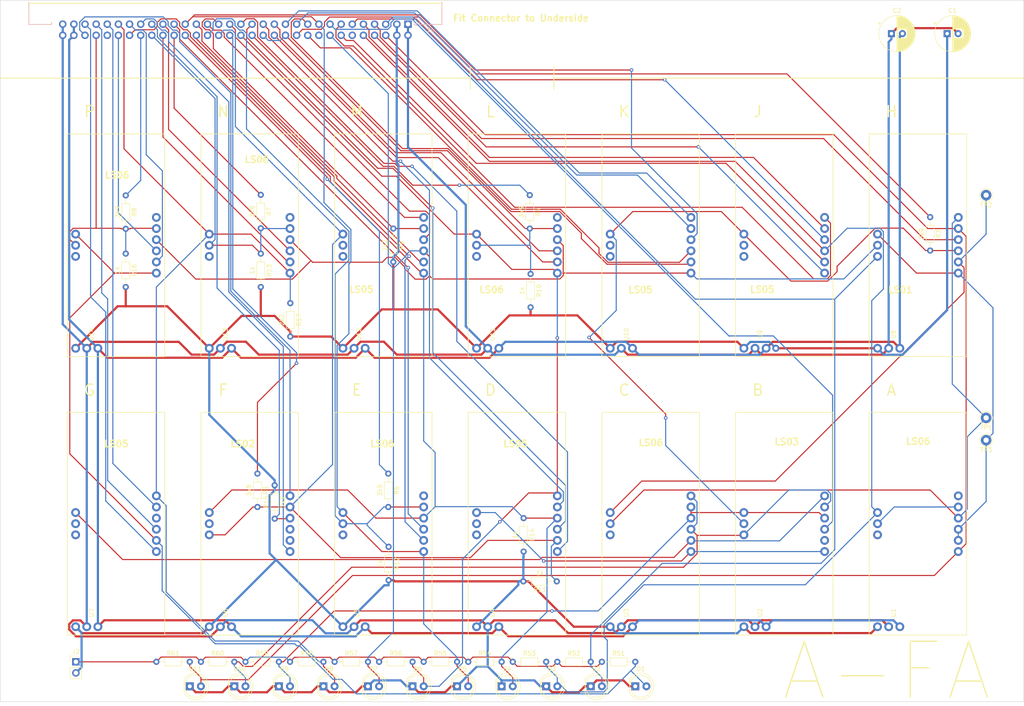
<source format=kicad_pcb>
(kicad_pcb (version 20171130) (host pcbnew "(5.0.0)")
  (layers (0 F.Cu signal hide) (31 B.Cu signal hide) (34 B.Paste user) (35 F.Paste user) (36 B.SilkS user) (37 F.SilkS user) (38 B.Mask user) (39 F.Mask user) (44 Edge.Cuts user))
  (net 0 "")
  (net 1 {Gn})
  (net 2 {Jn})
  (net 3 {Mn})
  (net 4 {An})
  (net 5 {Qn})
  (net 6 Wn)
  (net 7 Mn)
  (net 8 An)
  (net 9 Gn)
  (net 10 Jn)
  (net 11 Qn)
  (net 12 TP1)
  (net 13 TP2)
  (net 14 TP3)
  (net 15 Fn)
  (net 16 "Net-(U1-Pad12)")
  (net 17 VTG)
  (net 18 Yn)
  (net 19 Xn)
  (net 20 MTF)
  (net 21 JTF)
  (net 22 IIn)
  (net 23 ATF)
  (net 24 DTF)
  (net 25 QTF)
  (net 26 Cn)
  (net 27 RTG)
  (net 28 FTG)
  (net 29 LTG)
  (net 30 An-7|IPn)
  (net 31 PTGb)
  (net 32 IPn)
  (net 33 PTGa)
  (net 34 GTJ)
  (net 35 GTM)
  (net 36 WTM)
  (net 37 GTA)
  (net 38 GTQ)
  (net 39 6v)
  (net 40 Neg6v)
  (net 41 GND)
  (net 42 Gn-)
  (net 43 JTG-|NC)
  (net 44 0TG-)
  (net 45 Jn-)
  (net 46 0TJ-)
  (net 47 M-TF)
  (net 48 Mn-)
  (net 49 IPn-)
  (net 50 0TM-)
  (net 51 0TIP-)
  (net 52 {IPn})
  (net 53 0TA-)
  (net 54 STOREnx-)
  (net 55 An-)
  (net 56 0TQ-)
  (net 57 Qn-)
  (net 58 STOREn-)
  (net 59 Xn-)
  (net 60 Yn-)
  (net 61 Cn-1)
  (net 62 MTIP)
  (net 63 FnL)
  (net 64 FnR)
  (net 65 "Net-(J2-Pad1)")
  (module ELLIOTT:LSA (layer F.Cu) (at 228.6 101.6 90)
    (fp_text reference U8 (at 0 0.5 90) (layer F.SilkS))
    (fp_text value LS01)
    (pad 13 thru_hole circle (at 22.86 -3.175 90) (size 2 2) (drill 1.1) (layers *.Cu *.Mask) (net 14 TP3))
    (pad 12 thru_hole circle (at 20.32 -3.175 90) (size 2 2) (drill 1.1) (layers *.Cu *.Mask) (net 9 Gn))
    (pad 11 thru_hole circle (at 17.78 -3.175 90) (size 2 2) (drill 1.1) (layers *.Cu *.Mask) (net 26 Cn))
    (pad 6 thru_hole circle (at 26.67 15.24 90) (size 2 2) (drill 1.1) (layers *.Cu *.Mask) (net 12 TP1))
    (pad 5 thru_hole circle (at 24.13 15.24 90) (size 2 2) (drill 1.1) (layers *.Cu *.Mask) (net 61 Cn-1))
    (pad 4 thru_hole circle (at 21.59 15.24 90) (size 2 2) (drill 1.1) (layers *.Cu *.Mask) (net 43 JTG-|NC))
    (pad 3 thru_hole circle (at 19.05 15.24 90) (size 2 2) (drill 1.1) (layers *.Cu *.Mask) (net 42 Gn-))
    (pad 2 thru_hole circle (at 16.51 15.24 90) (size 2 2) (drill 1.1) (layers *.Cu *.Mask) (net 13 TP2))
    (pad 1 thru_hole circle (at 13.97 15.24 90) (size 2 2) (drill 1.1) (layers *.Cu *.Mask) (net 14 TP3))
    (pad 23 thru_hole circle (at -3.175 1.905 90) (size 2 2) (drill 1.1) (layers *.Cu *.Mask) (net 40 Neg6v))
    (pad 22 thru_hole circle (at -3.175 -0.635 90) (size 2 2) (drill 1.1) (layers *.Cu *.Mask) (net 41 GND))
    (pad 21 thru_hole circle (at -3.175 -3.175 90) (size 2 2) (drill 1.1) (layers *.Cu *.Mask) (net 39 6v))
  )
  (module ELLIOTT:LSA (layer F.Cu) (at 228.6 165.1 90)
    (fp_text reference U1 (at 0 0.5 90) (layer F.SilkS))
    (fp_text value LS06)
    (pad 13 thru_hole circle (at 22.86 -3.175 90) (size 2 2) (drill 1.1) (layers *.Cu *.Mask) (net 15 Fn))
    (pad 12 thru_hole circle (at 20.32 -3.175 90) (size 2 2) (drill 1.1) (layers *.Cu *.Mask) (net 16 "Net-(U1-Pad12)"))
    (pad 11 thru_hole circle (at 17.78 -3.175 90) (size 2 2) (drill 1.1) (layers *.Cu *.Mask))
    (pad 6 thru_hole circle (at 26.67 15.24 90) (size 2 2) (drill 1.1) (layers *.Cu *.Mask))
    (pad 5 thru_hole circle (at 24.13 15.24 90) (size 2 2) (drill 1.1) (layers *.Cu *.Mask) (net 16 "Net-(U1-Pad12)"))
    (pad 4 thru_hole circle (at 21.59 15.24 90) (size 2 2) (drill 1.1) (layers *.Cu *.Mask) (net 12 TP1))
    (pad 3 thru_hole circle (at 19.05 15.24 90) (size 2 2) (drill 1.1) (layers *.Cu *.Mask) (net 14 TP3))
    (pad 2 thru_hole circle (at 16.51 15.24 90) (size 2 2) (drill 1.1) (layers *.Cu *.Mask) (net 14 TP3))
    (pad 1 thru_hole circle (at 13.97 15.24 90) (size 2 2) (drill 1.1) (layers *.Cu *.Mask) (net 61 Cn-1))
    (pad 23 thru_hole circle (at -3.175 1.905 90) (size 2 2) (drill 1.1) (layers *.Cu *.Mask) (net 40 Neg6v))
    (pad 22 thru_hole circle (at -3.175 -0.635 90) (size 2 2) (drill 1.1) (layers *.Cu *.Mask) (net 41 GND))
    (pad 21 thru_hole circle (at -3.175 -3.175 90) (size 2 2) (drill 1.1) (layers *.Cu *.Mask) (net 39 6v))
  )
  (module ELLIOTT:LSA (layer F.Cu) (at 106.68 101.6 90)
    (fp_text reference U12 (at 0 0.5 90) (layer F.SilkS))
    (fp_text value LS05)
    (pad 13 thru_hole circle (at 22.86 -3.175 90) (size 2 2) (drill 1.1) (layers *.Cu *.Mask) (net 48 Mn-))
    (pad 12 thru_hole circle (at 20.32 -3.175 90) (size 2 2) (drill 1.1) (layers *.Cu *.Mask))
    (pad 11 thru_hole circle (at 17.78 -3.175 90) (size 2 2) (drill 1.1) (layers *.Cu *.Mask))
    (pad 6 thru_hole circle (at 26.67 15.24 90) (size 2 2) (drill 1.1) (layers *.Cu *.Mask) (net 36 WTM))
    (pad 5 thru_hole circle (at 24.13 15.24 90) (size 2 2) (drill 1.1) (layers *.Cu *.Mask) (net 6 Wn))
    (pad 4 thru_hole circle (at 21.59 15.24 90) (size 2 2) (drill 1.1) (layers *.Cu *.Mask) (net 35 GTM))
    (pad 3 thru_hole circle (at 19.05 15.24 90) (size 2 2) (drill 1.1) (layers *.Cu *.Mask) (net 9 Gn))
    (pad 2 thru_hole circle (at 16.51 15.24 90) (size 2 2) (drill 1.1) (layers *.Cu *.Mask) (net 50 0TM-))
    (pad 1 thru_hole circle (at 13.97 15.24 90) (size 2 2) (drill 1.1) (layers *.Cu *.Mask) (net 7 Mn))
    (pad 23 thru_hole circle (at -3.175 1.905 90) (size 2 2) (drill 1.1) (layers *.Cu *.Mask) (net 40 Neg6v))
    (pad 22 thru_hole circle (at -3.175 -0.635 90) (size 2 2) (drill 1.1) (layers *.Cu *.Mask) (net 41 GND))
    (pad 21 thru_hole circle (at -3.175 -3.175 90) (size 2 2) (drill 1.1) (layers *.Cu *.Mask) (net 39 6v))
  )
  (module ELLIOTT:LSA (layer F.Cu) (at 137.16 101.6 90)
    (fp_text reference U11 (at 0 0.5 90) (layer F.SilkS))
    (fp_text value LS06)
    (pad 13 thru_hole circle (at 22.86 -3.175 90) (size 2 2) (drill 1.1) (layers *.Cu *.Mask) (net 10 Jn))
    (pad 12 thru_hole circle (at 20.32 -3.175 90) (size 2 2) (drill 1.1) (layers *.Cu *.Mask) (net 45 Jn-))
    (pad 11 thru_hole circle (at 17.78 -3.175 90) (size 2 2) (drill 1.1) (layers *.Cu *.Mask))
    (pad 6 thru_hole circle (at 26.67 15.24 90) (size 2 2) (drill 1.1) (layers *.Cu *.Mask))
    (pad 5 thru_hole circle (at 24.13 15.24 90) (size 2 2) (drill 1.1) (layers *.Cu *.Mask) (net 45 Jn-))
    (pad 4 thru_hole circle (at 21.59 15.24 90) (size 2 2) (drill 1.1) (layers *.Cu *.Mask) (net 9 Gn))
    (pad 3 thru_hole circle (at 19.05 15.24 90) (size 2 2) (drill 1.1) (layers *.Cu *.Mask) (net 34 GTJ))
    (pad 2 thru_hole circle (at 16.51 15.24 90) (size 2 2) (drill 1.1) (layers *.Cu *.Mask) (net 46 0TJ-))
    (pad 1 thru_hole circle (at 13.97 15.24 90) (size 2 2) (drill 1.1) (layers *.Cu *.Mask) (net 10 Jn))
    (pad 23 thru_hole circle (at -3.175 1.905 90) (size 2 2) (drill 1.1) (layers *.Cu *.Mask) (net 40 Neg6v))
    (pad 22 thru_hole circle (at -3.175 -0.635 90) (size 2 2) (drill 1.1) (layers *.Cu *.Mask) (net 41 GND))
    (pad 21 thru_hole circle (at -3.175 -3.175 90) (size 2 2) (drill 1.1) (layers *.Cu *.Mask) (net 39 6v))
  )
  (module ELLIOTT:LSA (layer F.Cu) (at 45.72 101.6 90)
    (fp_text reference U14 (at 0 0.5 90) (layer F.SilkS))
    (fp_text value LS06)
    (pad 13 thru_hole circle (at 22.86 -3.175 90) (size 2 2) (drill 1.1) (layers *.Cu *.Mask) (net 11 Qn))
    (pad 12 thru_hole circle (at 20.32 -3.175 90) (size 2 2) (drill 1.1) (layers *.Cu *.Mask) (net 57 Qn-))
    (pad 11 thru_hole circle (at 17.78 -3.175 90) (size 2 2) (drill 1.1) (layers *.Cu *.Mask))
    (pad 6 thru_hole circle (at 26.67 15.24 90) (size 2 2) (drill 1.1) (layers *.Cu *.Mask))
    (pad 5 thru_hole circle (at 24.13 15.24 90) (size 2 2) (drill 1.1) (layers *.Cu *.Mask) (net 57 Qn-))
    (pad 4 thru_hole circle (at 21.59 15.24 90) (size 2 2) (drill 1.1) (layers *.Cu *.Mask) (net 9 Gn))
    (pad 3 thru_hole circle (at 19.05 15.24 90) (size 2 2) (drill 1.1) (layers *.Cu *.Mask) (net 38 GTQ))
    (pad 2 thru_hole circle (at 16.51 15.24 90) (size 2 2) (drill 1.1) (layers *.Cu *.Mask) (net 56 0TQ-))
    (pad 1 thru_hole circle (at 13.97 15.24 90) (size 2 2) (drill 1.1) (layers *.Cu *.Mask) (net 11 Qn))
    (pad 23 thru_hole circle (at -3.175 1.905 90) (size 2 2) (drill 1.1) (layers *.Cu *.Mask) (net 40 Neg6v))
    (pad 22 thru_hole circle (at -3.175 -0.635 90) (size 2 2) (drill 1.1) (layers *.Cu *.Mask) (net 41 GND))
    (pad 21 thru_hole circle (at -3.175 -3.175 90) (size 2 2) (drill 1.1) (layers *.Cu *.Mask) (net 39 6v))
  )
  (module ELLIOTT:LSA (layer F.Cu) (at 76.2 101.6 90)
    (fp_text reference U13 (at 0 0.5 90) (layer F.SilkS))
    (fp_text value LS06)
    (pad 13 thru_hole circle (at 22.86 -3.175 90) (size 2 2) (drill 1.1) (layers *.Cu *.Mask) (net 8 An))
    (pad 12 thru_hole circle (at 20.32 -3.175 90) (size 2 2) (drill 1.1) (layers *.Cu *.Mask) (net 55 An-))
    (pad 11 thru_hole circle (at 17.78 -3.175 90) (size 2 2) (drill 1.1) (layers *.Cu *.Mask))
    (pad 6 thru_hole circle (at 26.67 15.24 90) (size 2 2) (drill 1.1) (layers *.Cu *.Mask))
    (pad 5 thru_hole circle (at 24.13 15.24 90) (size 2 2) (drill 1.1) (layers *.Cu *.Mask) (net 55 An-))
    (pad 4 thru_hole circle (at 21.59 15.24 90) (size 2 2) (drill 1.1) (layers *.Cu *.Mask) (net 9 Gn))
    (pad 3 thru_hole circle (at 19.05 15.24 90) (size 2 2) (drill 1.1) (layers *.Cu *.Mask) (net 37 GTA))
    (pad 2 thru_hole circle (at 16.51 15.24 90) (size 2 2) (drill 1.1) (layers *.Cu *.Mask) (net 53 0TA-))
    (pad 1 thru_hole circle (at 13.97 15.24 90) (size 2 2) (drill 1.1) (layers *.Cu *.Mask) (net 8 An))
    (pad 23 thru_hole circle (at -3.175 1.905 90) (size 2 2) (drill 1.1) (layers *.Cu *.Mask) (net 40 Neg6v))
    (pad 22 thru_hole circle (at -3.175 -0.635 90) (size 2 2) (drill 1.1) (layers *.Cu *.Mask) (net 41 GND))
    (pad 21 thru_hole circle (at -3.175 -3.175 90) (size 2 2) (drill 1.1) (layers *.Cu *.Mask) (net 39 6v))
  )
  (module ELLIOTT:R_Axial_DIN0204_L3.6mm_D1.6mm_P7.62mm_Horizontal (layer F.Cu) (at 237.426 74.8665 270)
    (fp_text reference R3 (at 3.81 -1.92 270) (layer F.SilkS))
    (fp_text value 3k9 (at 3.81 1.92 270) (layer F.SilkS))
    (pad 1 thru_hole circle (at 0 0 270) (size 1.4 1.4) (drill 0.7) (layers *.Cu *.Mask) (net 1 {Gn}))
    (pad 2 thru_hole oval (at 7.62 0 270) (size 1.4 1.4) (drill 0.7) (layers *.Cu *.Mask) (net 42 Gn-))
  )
  (module ELLIOTT:R_Axial_DIN0204_L3.6mm_D1.6mm_P7.62mm_Horizontal (layer F.Cu) (at 146.114 69.85 270)
    (fp_text reference R4 (at 3.81 -1.92 270) (layer F.SilkS))
    (fp_text value 3k9 (at 3.81 1.92 270) (layer F.SilkS))
    (pad 1 thru_hole circle (at 0 0 270) (size 1.4 1.4) (drill 0.7) (layers *.Cu *.Mask) (net 2 {Jn}))
    (pad 2 thru_hole oval (at 7.62 0 270) (size 1.4 1.4) (drill 0.7) (layers *.Cu *.Mask) (net 45 Jn-))
  )
  (module ELLIOTT:R_Axial_DIN0204_L3.6mm_D1.6mm_P7.62mm_Horizontal (layer F.Cu) (at 84.0105 133.35 270)
    (fp_text reference R5 (at 3.81 -1.92 270) (layer F.SilkS))
    (fp_text value 3k9 (at 3.81 1.92 270) (layer F.SilkS))
    (pad 1 thru_hole circle (at 0 0 270) (size 1.4 1.4) (drill 0.7) (layers *.Cu *.Mask) (net 3 {Mn}))
    (pad 2 thru_hole oval (at 7.62 0 270) (size 1.4 1.4) (drill 0.7) (layers *.Cu *.Mask) (net 48 Mn-))
  )
  (module ELLIOTT:R_Axial_DIN0204_L3.6mm_D1.6mm_P7.62mm_Horizontal (layer F.Cu) (at 113.856 133.35 270)
    (fp_text reference R6 (at 3.81 -1.92 90) (layer F.SilkS))
    (fp_text value 3k9 (at 3.81 1.92 270) (layer F.SilkS))
    (pad 1 thru_hole circle (at 0 0 270) (size 1.4 1.4) (drill 0.7) (layers *.Cu *.Mask) (net 52 {IPn}))
    (pad 2 thru_hole oval (at 7.62 0 270) (size 1.4 1.4) (drill 0.7) (layers *.Cu *.Mask) (net 49 IPn-))
  )
  (module ELLIOTT:R_Axial_DIN0204_L3.6mm_D1.6mm_P7.62mm_Horizontal (layer F.Cu) (at 84.7725 69.7865 270)
    (fp_text reference R7 (at 3.81 -1.92 270) (layer F.SilkS))
    (fp_text value 3k9 (at 3.81 1.92 270) (layer F.SilkS))
    (pad 1 thru_hole circle (at 0 0 270) (size 1.4 1.4) (drill 0.7) (layers *.Cu *.Mask) (net 4 {An}))
    (pad 2 thru_hole oval (at 7.62 0 270) (size 1.4 1.4) (drill 0.7) (layers *.Cu *.Mask) (net 55 An-))
  )
  (module ELLIOTT:R_Axial_DIN0204_L3.6mm_D1.6mm_P7.62mm_Horizontal (layer F.Cu) (at 53.975 69.9135 270)
    (fp_text reference R8 (at 3.81 -1.92 270) (layer F.SilkS))
    (fp_text value 3k9 (at 3.81 1.92 270) (layer F.SilkS))
    (pad 1 thru_hole circle (at 0 0 270) (size 1.4 1.4) (drill 0.7) (layers *.Cu *.Mask) (net 5 {Qn}))
    (pad 2 thru_hole oval (at 7.62 0 270) (size 1.4 1.4) (drill 0.7) (layers *.Cu *.Mask) (net 57 Qn-))
  )
  (module ELLIOTT:R_Axial_DIN0204_L3.6mm_D1.6mm_P7.62mm_Horizontal (layer F.Cu) (at 114.998 77.47 270)
    (fp_text reference R9 (at 3.81 -1.92 270) (layer F.SilkS))
    (fp_text value 2k2 (at 3.81 1.92 270) (layer F.SilkS))
    (pad 1 thru_hole circle (at 0 0 270) (size 1.4 1.4) (drill 0.7) (layers *.Cu *.Mask) (net 6 Wn))
    (pad 2 thru_hole oval (at 7.62 0 270) (size 1.4 1.4) (drill 0.7) (layers *.Cu *.Mask) (net 39 6v))
  )
  (module ELLIOTT:R_Axial_DIN0204_L3.6mm_D1.6mm_P7.62mm_Horizontal (layer F.Cu) (at 146.304 87.8205 270)
    (fp_text reference R10 (at 3.81 -1.92 270) (layer F.SilkS))
    (fp_text value 1k (at 3.81 1.92 270) (layer F.SilkS))
    (pad 1 thru_hole circle (at 0 0 270) (size 1.4 1.4) (drill 0.7) (layers *.Cu *.Mask) (net 45 Jn-))
    (pad 2 thru_hole oval (at 7.62 0 270) (size 1.4 1.4) (drill 0.7) (layers *.Cu *.Mask) (net 39 6v))
  )
  (module ELLIOTT:R_Axial_DIN0204_L3.6mm_D1.6mm_P7.62mm_Horizontal (layer F.Cu) (at 152.273 157.924 180)
    (fp_text reference R11 (at 3.81 -1.92 180) (layer F.SilkS))
    (fp_text value 1k (at 3.81 1.92 180) (layer F.SilkS))
    (pad 1 thru_hole circle (at 0 0 180) (size 1.4 1.4) (drill 0.7) (layers *.Cu *.Mask) (net 48 Mn-))
    (pad 2 thru_hole oval (at 7.62 0 180) (size 1.4 1.4) (drill 0.7) (layers *.Cu *.Mask) (net 39 6v))
  )
  (module ELLIOTT:R_Axial_DIN0204_L3.6mm_D1.6mm_P7.62mm_Horizontal (layer F.Cu) (at 113.919 150.05 270)
    (fp_text reference R12 (at 3.81 -1.92 270) (layer F.SilkS))
    (fp_text value 1k (at 3.81 1.92 270) (layer F.SilkS))
    (pad 1 thru_hole circle (at 0 0 270) (size 1.4 1.4) (drill 0.7) (layers *.Cu *.Mask) (net 49 IPn-))
    (pad 2 thru_hole oval (at 7.62 0 270) (size 1.4 1.4) (drill 0.7) (layers *.Cu *.Mask) (net 39 6v))
  )
  (module ELLIOTT:R_Axial_DIN0204_L3.6mm_D1.6mm_P7.62mm_Horizontal (layer F.Cu) (at 84.7725 83.185 270)
    (fp_text reference R13 (at 3.81 -1.92 270) (layer F.SilkS))
    (fp_text value 1k (at 3.81 1.92 270) (layer F.SilkS))
    (pad 1 thru_hole circle (at 0 0 270) (size 1.4 1.4) (drill 0.7) (layers *.Cu *.Mask) (net 55 An-))
    (pad 2 thru_hole oval (at 7.62 0 270) (size 1.4 1.4) (drill 0.7) (layers *.Cu *.Mask) (net 39 6v))
  )
  (module ELLIOTT:R_Axial_DIN0204_L3.6mm_D1.6mm_P7.62mm_Horizontal (layer F.Cu) (at 144.716 143.51 270)
    (fp_text reference R14 (at 3.81 -1.92 270) (layer F.SilkS))
    (fp_text value 1k (at 3.81 1.92 270) (layer F.SilkS))
    (pad 1 thru_hole circle (at 0 0 270) (size 1.4 1.4) (drill 0.7) (layers *.Cu *.Mask) (net 7 Mn))
    (pad 2 thru_hole oval (at 7.62 0 270) (size 1.4 1.4) (drill 0.7) (layers *.Cu *.Mask) (net 39 6v))
  )
  (module ELLIOTT:R_Axial_DIN0204_L3.6mm_D1.6mm_P7.62mm_Horizontal (layer F.Cu) (at 87.9475 143.637 90)
    (fp_text reference R15 (at 3.81 -1.92 90) (layer F.SilkS))
    (fp_text value 2k2 (at 3.81 1.92 90) (layer F.SilkS))
    (pad 1 thru_hole circle (at 0 0 90) (size 1.4 1.4) (drill 0.7) (layers *.Cu *.Mask) (net 54 STOREnx-))
    (pad 2 thru_hole oval (at 7.62 0 90) (size 1.4 1.4) (drill 0.7) (layers *.Cu *.Mask) (net 39 6v))
  )
  (module ELLIOTT:R_Axial_DIN0204_L3.6mm_D1.6mm_P7.62mm_Horizontal (layer F.Cu) (at 53.975 83.185 270)
    (fp_text reference R16 (at 3.81 -1.92 270) (layer F.SilkS))
    (fp_text value 1k (at 3.81 1.92 270) (layer F.SilkS))
    (pad 1 thru_hole circle (at 0 0 270) (size 1.4 1.4) (drill 0.7) (layers *.Cu *.Mask) (net 57 Qn-))
    (pad 2 thru_hole oval (at 7.62 0 270) (size 1.4 1.4) (drill 0.7) (layers *.Cu *.Mask) (net 39 6v))
  )
  (module ELLIOTT:R_Axial_DIN0204_L3.6mm_D1.6mm_P7.62mm_Horizontal (layer F.Cu) (at 91.5035 94.488 270)
    (fp_text reference R17 (at 3.81 -1.92 270) (layer F.SilkS))
    (fp_text value 2k2 (at 3.81 1.92 270) (layer F.SilkS))
    (pad 1 thru_hole circle (at 0 0 270) (size 1.4 1.4) (drill 0.7) (layers *.Cu *.Mask) (net 8 An))
    (pad 2 thru_hole oval (at 7.62 0 270) (size 1.4 1.4) (drill 0.7) (layers *.Cu *.Mask) (net 39 6v))
  )
  (module ELLIOTT:LSA (layer F.Cu) (at 198.12 165.1 90)
    (fp_text reference U2 (at 0 0.5 90) (layer F.SilkS))
    (fp_text value LS03)
    (pad 13 thru_hole circle (at 22.86 -3.175 90) (size 2 2) (drill 1.1) (layers *.Cu *.Mask) (net 18 Yn))
    (pad 12 thru_hole circle (at 20.32 -3.175 90) (size 2 2) (drill 1.1) (layers *.Cu *.Mask) (net 42 Gn-))
    (pad 11 thru_hole circle (at 17.78 -3.175 90) (size 2 2) (drill 1.1) (layers *.Cu *.Mask) (net 19 Xn))
    (pad 6 thru_hole circle (at 26.67 15.24 90) (size 2 2) (drill 1.1) (layers *.Cu *.Mask) (net 60 Yn-))
    (pad 5 thru_hole circle (at 24.13 15.24 90) (size 2 2) (drill 1.1) (layers *.Cu *.Mask) (net 19 Xn))
    (pad 4 thru_hole circle (at 21.59 15.24 90) (size 2 2) (drill 1.1) (layers *.Cu *.Mask) (net 18 Yn))
    (pad 3 thru_hole circle (at 19.05 15.24 90) (size 2 2) (drill 1.1) (layers *.Cu *.Mask) (net 17 VTG))
    (pad 2 thru_hole circle (at 16.51 15.24 90) (size 2 2) (drill 1.1) (layers *.Cu *.Mask))
    (pad 1 thru_hole circle (at 13.97 15.24 90) (size 2 2) (drill 1.1) (layers *.Cu *.Mask) (net 59 Xn-))
    (pad 23 thru_hole circle (at -3.175 1.905 90) (size 2 2) (drill 1.1) (layers *.Cu *.Mask) (net 40 Neg6v))
    (pad 22 thru_hole circle (at -3.175 -0.635 90) (size 2 2) (drill 1.1) (layers *.Cu *.Mask) (net 41 GND))
    (pad 21 thru_hole circle (at -3.175 -3.175 90) (size 2 2) (drill 1.1) (layers *.Cu *.Mask) (net 39 6v))
  )
  (module ELLIOTT:LSA (layer F.Cu) (at 167.64 165.1 90)
    (fp_text reference U3 (at 0 0.5 90) (layer F.SilkS))
    (fp_text value LS06)
    (pad 13 thru_hole circle (at 22.86 -3.175 90) (size 2 2) (drill 1.1) (layers *.Cu *.Mask) (net 13 TP2))
    (pad 12 thru_hole circle (at 20.32 -3.175 90) (size 2 2) (drill 1.1) (layers *.Cu *.Mask) (net 12 TP1))
    (pad 11 thru_hole circle (at 17.78 -3.175 90) (size 2 2) (drill 1.1) (layers *.Cu *.Mask))
    (pad 6 thru_hole circle (at 26.67 15.24 90) (size 2 2) (drill 1.1) (layers *.Cu *.Mask) (net 19 Xn))
    (pad 5 thru_hole circle (at 24.13 15.24 90) (size 2 2) (drill 1.1) (layers *.Cu *.Mask) (net 18 Yn))
    (pad 4 thru_hole circle (at 21.59 15.24 90) (size 2 2) (drill 1.1) (layers *.Cu *.Mask) (net 18 Yn))
    (pad 3 thru_hole circle (at 19.05 15.24 90) (size 2 2) (drill 1.1) (layers *.Cu *.Mask) (net 19 Xn))
    (pad 2 thru_hole circle (at 16.51 15.24 90) (size 2 2) (drill 1.1) (layers *.Cu *.Mask) (net 60 Yn-))
    (pad 1 thru_hole circle (at 13.97 15.24 90) (size 2 2) (drill 1.1) (layers *.Cu *.Mask) (net 59 Xn-))
    (pad 23 thru_hole circle (at -3.175 1.905 90) (size 2 2) (drill 1.1) (layers *.Cu *.Mask) (net 40 Neg6v))
    (pad 22 thru_hole circle (at -3.175 -0.635 90) (size 2 2) (drill 1.1) (layers *.Cu *.Mask) (net 41 GND))
    (pad 21 thru_hole circle (at -3.175 -3.175 90) (size 2 2) (drill 1.1) (layers *.Cu *.Mask) (net 39 6v))
  )
  (module ELLIOTT:LSA (layer F.Cu) (at 137.16 165.1 90)
    (fp_text reference U4 (at 0 0.5 90) (layer F.SilkS))
    (fp_text value LS05)
    (pad 13 thru_hole circle (at 22.86 -3.175 90) (size 2 2) (drill 1.1) (layers *.Cu *.Mask) (net 59 Xn-))
    (pad 12 thru_hole circle (at 20.32 -3.175 90) (size 2 2) (drill 1.1) (layers *.Cu *.Mask))
    (pad 11 thru_hole circle (at 17.78 -3.175 90) (size 2 2) (drill 1.1) (layers *.Cu *.Mask))
    (pad 6 thru_hole circle (at 26.67 15.24 90) (size 2 2) (drill 1.1) (layers *.Cu *.Mask) (net 10 Jn))
    (pad 5 thru_hole circle (at 24.13 15.24 90) (size 2 2) (drill 1.1) (layers *.Cu *.Mask) (net 21 JTF))
    (pad 4 thru_hole circle (at 21.59 15.24 90) (size 2 2) (drill 1.1) (layers *.Cu *.Mask) (net 7 Mn))
    (pad 3 thru_hole circle (at 19.05 15.24 90) (size 2 2) (drill 1.1) (layers *.Cu *.Mask) (net 20 MTF))
    (pad 2 thru_hole circle (at 16.51 15.24 90) (size 2 2) (drill 1.1) (layers *.Cu *.Mask) (net 48 Mn-))
    (pad 1 thru_hole circle (at 13.97 15.24 90) (size 2 2) (drill 1.1) (layers *.Cu *.Mask) (net 47 M-TF))
    (pad 23 thru_hole circle (at -3.175 1.905 90) (size 2 2) (drill 1.1) (layers *.Cu *.Mask) (net 40 Neg6v))
    (pad 22 thru_hole circle (at -3.175 -0.635 90) (size 2 2) (drill 1.1) (layers *.Cu *.Mask) (net 41 GND))
    (pad 21 thru_hole circle (at -3.175 -3.175 90) (size 2 2) (drill 1.1) (layers *.Cu *.Mask) (net 39 6v))
  )
  (module ELLIOTT:LSA (layer F.Cu) (at 106.68 165.1 90)
    (fp_text reference U5 (at 0 0 90) (layer F.SilkS))
    (fp_text value LS06)
    (pad 13 thru_hole circle (at 22.86 -3.175 90) (size 2 2) (drill 1.1) (layers *.Cu *.Mask) (net 32 IPn))
    (pad 12 thru_hole circle (at 20.32 -3.175 90) (size 2 2) (drill 1.1) (layers *.Cu *.Mask) (net 49 IPn-))
    (pad 11 thru_hole circle (at 17.78 -3.175 90) (size 2 2) (drill 1.1) (layers *.Cu *.Mask))
    (pad 6 thru_hole circle (at 26.67 15.24 90) (size 2 2) (drill 1.1) (layers *.Cu *.Mask))
    (pad 5 thru_hole circle (at 24.13 15.24 90) (size 2 2) (drill 1.1) (layers *.Cu *.Mask) (net 49 IPn-))
    (pad 4 thru_hole circle (at 21.59 15.24 90) (size 2 2) (drill 1.1) (layers *.Cu *.Mask) (net 7 Mn))
    (pad 3 thru_hole circle (at 19.05 15.24 90) (size 2 2) (drill 1.1) (layers *.Cu *.Mask) (net 62 MTIP))
    (pad 2 thru_hole circle (at 16.51 15.24 90) (size 2 2) (drill 1.1) (layers *.Cu *.Mask) (net 51 0TIP-))
    (pad 1 thru_hole circle (at 13.97 15.24 90) (size 2 2) (drill 1.1) (layers *.Cu *.Mask) (net 32 IPn))
    (pad 23 thru_hole circle (at -3.175 1.905 90) (size 2 2) (drill 1.1) (layers *.Cu *.Mask) (net 40 Neg6v))
    (pad 22 thru_hole circle (at -3.175 -0.635 90) (size 2 2) (drill 1.1) (layers *.Cu *.Mask) (net 41 GND))
    (pad 21 thru_hole circle (at -3.175 -3.175 90) (size 2 2) (drill 1.1) (layers *.Cu *.Mask) (net 39 6v))
  )
  (module ELLIOTT:LSA (layer F.Cu) (at 76.2 165.1 90)
    (fp_text reference U6 (at 0 0.5 90) (layer F.SilkS))
    (fp_text value LS02)
    (pad 13 thru_hole circle (at 22.86 -3.175 90) (size 2 2) (drill 1.1) (layers *.Cu *.Mask) (net 7 Mn))
    (pad 12 thru_hole circle (at 20.32 -3.175 90) (size 2 2) (drill 1.1) (layers *.Cu *.Mask))
    (pad 11 thru_hole circle (at 17.78 -3.175 90) (size 2 2) (drill 1.1) (layers *.Cu *.Mask) (net 48 Mn-))
    (pad 6 thru_hole circle (at 26.67 15.24 90) (size 2 2) (drill 1.1) (layers *.Cu *.Mask) (net 58 STOREn-))
    (pad 5 thru_hole circle (at 24.13 15.24 90) (size 2 2) (drill 1.1) (layers *.Cu *.Mask) (net 48 Mn-))
    (pad 4 thru_hole circle (at 21.59 15.24 90) (size 2 2) (drill 1.1) (layers *.Cu *.Mask) (net 54 STOREnx-))
    (pad 3 thru_hole circle (at 19.05 15.24 90) (size 2 2) (drill 1.1) (layers *.Cu *.Mask))
    (pad 2 thru_hole circle (at 16.51 15.24 90) (size 2 2) (drill 1.1) (layers *.Cu *.Mask))
    (pad 1 thru_hole circle (at 13.97 15.24 90) (size 2 2) (drill 1.1) (layers *.Cu *.Mask) (net 22 IIn))
    (pad 23 thru_hole circle (at -3.175 1.905 90) (size 2 2) (drill 1.1) (layers *.Cu *.Mask) (net 40 Neg6v))
    (pad 22 thru_hole circle (at -3.175 -0.635 90) (size 2 2) (drill 1.1) (layers *.Cu *.Mask) (net 41 GND))
    (pad 21 thru_hole circle (at -3.175 -3.175 90) (size 2 2) (drill 1.1) (layers *.Cu *.Mask) (net 39 6v))
  )
  (module ELLIOTT:LSA (layer F.Cu) (at 45.72 165.1 90)
    (fp_text reference U7 (at 0 0.5 90) (layer F.SilkS))
    (fp_text value LS05)
    (pad 13 thru_hole circle (at 22.86 -3.175 90) (size 2 2) (drill 1.1) (layers *.Cu *.Mask) (net 60 Yn-))
    (pad 12 thru_hole circle (at 20.32 -3.175 90) (size 2 2) (drill 1.1) (layers *.Cu *.Mask))
    (pad 11 thru_hole circle (at 17.78 -3.175 90) (size 2 2) (drill 1.1) (layers *.Cu *.Mask))
    (pad 6 thru_hole circle (at 26.67 15.24 90) (size 2 2) (drill 1.1) (layers *.Cu *.Mask) (net 8 An))
    (pad 5 thru_hole circle (at 24.13 15.24 90) (size 2 2) (drill 1.1) (layers *.Cu *.Mask) (net 23 ATF))
    (pad 4 thru_hole circle (at 21.59 15.24 90) (size 2 2) (drill 1.1) (layers *.Cu *.Mask))
    (pad 3 thru_hole circle (at 19.05 15.24 90) (size 2 2) (drill 1.1) (layers *.Cu *.Mask) (net 24 DTF))
    (pad 2 thru_hole circle (at 16.51 15.24 90) (size 2 2) (drill 1.1) (layers *.Cu *.Mask) (net 11 Qn))
    (pad 1 thru_hole circle (at 13.97 15.24 90) (size 2 2) (drill 1.1) (layers *.Cu *.Mask) (net 25 QTF))
    (pad 23 thru_hole circle (at -3.175 1.905 90) (size 2 2) (drill 1.1) (layers *.Cu *.Mask) (net 40 Neg6v))
    (pad 22 thru_hole circle (at -3.175 -0.635 90) (size 2 2) (drill 1.1) (layers *.Cu *.Mask) (net 41 GND))
    (pad 21 thru_hole circle (at -3.175 -3.175 90) (size 2 2) (drill 1.1) (layers *.Cu *.Mask) (net 39 6v))
  )
  (module ELLIOTT:LSA (layer F.Cu) (at 198.12 101.6 90)
    (fp_text reference U9 (at 0 0.5 90) (layer F.SilkS))
    (fp_text value LS05)
    (pad 13 thru_hole circle (at 22.86 -3.175 90) (size 2 2) (drill 1.1) (layers *.Cu *.Mask) (net 42 Gn-))
    (pad 12 thru_hole circle (at 20.32 -3.175 90) (size 2 2) (drill 1.1) (layers *.Cu *.Mask))
    (pad 11 thru_hole circle (at 17.78 -3.175 90) (size 2 2) (drill 1.1) (layers *.Cu *.Mask))
    (pad 6 thru_hole circle (at 26.67 15.24 90) (size 2 2) (drill 1.1) (layers *.Cu *.Mask) (net 27 RTG))
    (pad 5 thru_hole circle (at 24.13 15.24 90) (size 2 2) (drill 1.1) (layers *.Cu *.Mask) (net 64 FnR))
    (pad 4 thru_hole circle (at 21.59 15.24 90) (size 2 2) (drill 1.1) (layers *.Cu *.Mask) (net 28 FTG))
    (pad 3 thru_hole circle (at 19.05 15.24 90) (size 2 2) (drill 1.1) (layers *.Cu *.Mask) (net 15 Fn))
    (pad 2 thru_hole circle (at 16.51 15.24 90) (size 2 2) (drill 1.1) (layers *.Cu *.Mask) (net 29 LTG))
    (pad 1 thru_hole circle (at 13.97 15.24 90) (size 2 2) (drill 1.1) (layers *.Cu *.Mask) (net 63 FnL))
    (pad 23 thru_hole circle (at -3.175 1.905 90) (size 2 2) (drill 1.1) (layers *.Cu *.Mask) (net 40 Neg6v))
    (pad 22 thru_hole circle (at -3.175 -0.635 90) (size 2 2) (drill 1.1) (layers *.Cu *.Mask) (net 41 GND))
    (pad 21 thru_hole circle (at -3.175 -3.175 90) (size 2 2) (drill 1.1) (layers *.Cu *.Mask) (net 39 6v))
  )
  (module ELLIOTT:LSA (layer F.Cu) (at 167.64 101.6 90)
    (fp_text reference U10 (at 0 0.5 90) (layer F.SilkS))
    (fp_text value LS05)
    (pad 13 thru_hole circle (at 22.86 -3.175 90) (size 2 2) (drill 1.1) (layers *.Cu *.Mask) (net 42 Gn-))
    (pad 12 thru_hole circle (at 20.32 -3.175 90) (size 2 2) (drill 1.1) (layers *.Cu *.Mask))
    (pad 11 thru_hole circle (at 17.78 -3.175 90) (size 2 2) (drill 1.1) (layers *.Cu *.Mask))
    (pad 6 thru_hole circle (at 26.67 15.24 90) (size 2 2) (drill 1.1) (layers *.Cu *.Mask) (net 30 An-7|IPn))
    (pad 5 thru_hole circle (at 24.13 15.24 90) (size 2 2) (drill 1.1) (layers *.Cu *.Mask) (net 31 PTGb))
    (pad 4 thru_hole circle (at 21.59 15.24 90) (size 2 2) (drill 1.1) (layers *.Cu *.Mask) (net 32 IPn))
    (pad 3 thru_hole circle (at 19.05 15.24 90) (size 2 2) (drill 1.1) (layers *.Cu *.Mask) (net 33 PTGa))
    (pad 2 thru_hole circle (at 16.51 15.24 90) (size 2 2) (drill 1.1) (layers *.Cu *.Mask) (net 44 0TG-))
    (pad 1 thru_hole circle (at 13.97 15.24 90) (size 2 2) (drill 1.1) (layers *.Cu *.Mask) (net 9 Gn))
    (pad 23 thru_hole circle (at -3.175 1.905 90) (size 2 2) (drill 1.1) (layers *.Cu *.Mask) (net 40 Neg6v))
    (pad 22 thru_hole circle (at -3.175 -0.635 90) (size 2 2) (drill 1.1) (layers *.Cu *.Mask) (net 41 GND))
    (pad 21 thru_hole circle (at -3.175 -3.175 90) (size 2 2) (drill 1.1) (layers *.Cu *.Mask) (net 39 6v))
  )
  (module Capacitor_THT:CP_Radial_D8.0mm_P2.50mm (layer F.Cu) (at 241.3 33.02)
    (fp_text reference C1 (at 1.25 -5.25) (layer F.SilkS))
    (fp_text value 6u8)
    (pad 2 thru_hole circle (at 2.5 0) (size 1.6 1.6) (drill 0.8) (layers *.Cu *.Mask) (net 41 GND))
    (pad 1 thru_hole rect (at 0 0) (size 1.6 1.6) (drill 0.8) (layers *.Cu *.Mask) (net 39 6v))
  )
  (module Capacitor_THT:CP_Radial_D8.0mm_P2.50mm (layer F.Cu) (at 228.6 33.02)
    (fp_text reference C2 (at 1.25 -5.25) (layer F.SilkS))
    (fp_text value 6u8)
    (pad 2 thru_hole circle (at 2.5 0) (size 1.6 1.6) (drill 0.8) (layers *.Cu *.Mask) (net 40 Neg6v))
    (pad 1 thru_hole rect (at 0 0) (size 1.6 1.6) (drill 0.8) (layers *.Cu *.Mask) (net 41 GND))
  )
  (module ELLIOTT:DIN41612_B_2x32_Horizontal (layer B.Cu) (at 118.345 30.861 180)
    (fp_text reference J1 (at -5.08 -1.27 180) (layer B.SilkS) (effects (justify mirror)))
    (fp_text value J1)
    (pad "" np_thru_hole circle (at 83.82 2.54 180) (size 2.8 2.8) (drill 2.8) (layers *.Cu *.Mask))
    (pad "" np_thru_hole circle (at -5.08 2.54 180) (size 2.8 2.8) (drill 2.8) (layers *.Cu *.Mask))
    (pad AL thru_hole circle (at 78.74 -2.54 180) (size 1.7 1.7) (drill 1) (layers *.Cu *.Mask) (net 41 GND))
    (pad 32 thru_hole circle (at 78.74 0 180) (size 1.7 1.7) (drill 1) (layers *.Cu *.Mask) (net 41 GND))
    (pad AK thru_hole circle (at 76.2 -2.54 180) (size 1.7 1.7) (drill 1) (layers *.Cu *.Mask) (net 40 Neg6v))
    (pad 31 thru_hole circle (at 76.2 0 180) (size 1.7 1.7) (drill 1) (layers *.Cu *.Mask) (net 40 Neg6v))
    (pad AJ thru_hole circle (at 73.66 -2.54 180) (size 1.7 1.7) (drill 1) (layers *.Cu *.Mask) (net 58 STOREn-))
    (pad 30 thru_hole circle (at 73.66 0 180) (size 1.7 1.7) (drill 1) (layers *.Cu *.Mask) (net 25 QTF))
    (pad AH thru_hole circle (at 71.12 -2.54 180) (size 1.7 1.7) (drill 1) (layers *.Cu *.Mask) (net 57 Qn-))
    (pad 29 thru_hole circle (at 71.12 0 180) (size 1.7 1.7) (drill 1) (layers *.Cu *.Mask) (net 24 DTF))
    (pad AF thru_hole circle (at 68.58 -2.54 180) (size 1.7 1.7) (drill 1) (layers *.Cu *.Mask))
    (pad 28 thru_hole circle (at 68.58 0 180) (size 1.7 1.7) (drill 1) (layers *.Cu *.Mask) (net 23 ATF))
    (pad AE thru_hole circle (at 66.04 -2.54 180) (size 1.7 1.7) (drill 1) (layers *.Cu *.Mask) (net 38 GTQ))
    (pad 27 thru_hole circle (at 66.04 0 180) (size 1.7 1.7) (drill 1) (layers *.Cu *.Mask) (net 8 An))
    (pad AD thru_hole circle (at 63.5 -2.54 180) (size 1.7 1.7) (drill 1) (layers *.Cu *.Mask) (net 7 Mn))
    (pad 26 thru_hole circle (at 63.5 0 180) (size 1.7 1.7) (drill 1) (layers *.Cu *.Mask) (net 56 0TQ-))
    (pad AC thru_hole circle (at 60.96 -2.54 180) (size 1.7 1.7) (drill 1) (layers *.Cu *.Mask) (net 5 {Qn}))
    (pad 25 thru_hole circle (at 60.96 0 180) (size 1.7 1.7) (drill 1) (layers *.Cu *.Mask) (net 22 IIn))
    (pad AB thru_hole circle (at 58.42 -2.54 180) (size 1.7 1.7) (drill 1) (layers *.Cu *.Mask) (net 55 An-))
    (pad 24 thru_hole circle (at 58.42 0 180) (size 1.7 1.7) (drill 1) (layers *.Cu *.Mask) (net 54 STOREnx-))
    (pad AA thru_hole circle (at 55.88 -2.54 180) (size 1.7 1.7) (drill 1) (layers *.Cu *.Mask) (net 53 0TA-))
    (pad 23 thru_hole circle (at 55.88 0 180) (size 1.7 1.7) (drill 1) (layers *.Cu *.Mask) (net 37 GTA))
    (pad Z thru_hole circle (at 53.34 -2.54 180) (size 1.7 1.7) (drill 1) (layers *.Cu *.Mask) (net 4 {An}))
    (pad 22 thru_hole circle (at 53.34 0 180) (size 1.7 1.7) (drill 1) (layers *.Cu *.Mask) (net 62 MTIP))
    (pad Y thru_hole circle (at 50.8 -2.54 180) (size 1.7 1.7) (drill 1) (layers *.Cu *.Mask) (net 52 {IPn}))
    (pad 21 thru_hole circle (at 50.8 0 180) (size 1.7 1.7) (drill 1) (layers *.Cu *.Mask) (net 32 IPn))
    (pad X thru_hole circle (at 48.26 -2.54 180) (size 1.7 1.7) (drill 1) (layers *.Cu *.Mask) (net 51 0TIP-))
    (pad 20 thru_hole circle (at 48.26 0 180) (size 1.7 1.7) (drill 1) (layers *.Cu *.Mask) (net 50 0TM-))
    (pad W thru_hole circle (at 45.72 -2.54 180) (size 1.7 1.7) (drill 1) (layers *.Cu *.Mask) (net 49 IPn-))
    (pad 19 thru_hole circle (at 45.72 0 180) (size 1.7 1.7) (drill 1) (layers *.Cu *.Mask) (net 36 WTM))
    (pad V thru_hole circle (at 43.18 -2.54 180) (size 1.7 1.7) (drill 1) (layers *.Cu *.Mask) (net 48 Mn-))
    (pad 18 thru_hole circle (at 43.18 0 180) (size 1.7 1.7) (drill 1) (layers *.Cu *.Mask) (net 6 Wn))
    (pad U thru_hole circle (at 40.64 -2.54 180) (size 1.7 1.7) (drill 1) (layers *.Cu *.Mask) (net 3 {Mn}))
    (pad 17 thru_hole circle (at 40.64 0 180) (size 1.7 1.7) (drill 1) (layers *.Cu *.Mask) (net 35 GTM))
    (pad T thru_hole circle (at 38.1 -2.54 180) (size 1.7 1.7) (drill 1) (layers *.Cu *.Mask) (net 10 Jn))
    (pad 16 thru_hole circle (at 38.1 0 180) (size 1.7 1.7) (drill 1) (layers *.Cu *.Mask) (net 47 M-TF))
    (pad S thru_hole circle (at 35.56 -2.54 180) (size 1.7 1.7) (drill 1) (layers *.Cu *.Mask) (net 2 {Jn}))
    (pad 15 thru_hole circle (at 35.56 0 180) (size 1.7 1.7) (drill 1) (layers *.Cu *.Mask) (net 20 MTF))
    (pad R thru_hole circle (at 33.02 -2.54 180) (size 1.7 1.7) (drill 1) (layers *.Cu *.Mask) (net 45 Jn-))
    (pad 14 thru_hole circle (at 33.02 0 180) (size 1.7 1.7) (drill 1) (layers *.Cu *.Mask) (net 21 JTF))
    (pad P thru_hole circle (at 30.48 -2.54 180) (size 1.7 1.7) (drill 1) (layers *.Cu *.Mask) (net 46 0TJ-))
    (pad 13 thru_hole circle (at 30.48 0 180) (size 1.7 1.7) (drill 1) (layers *.Cu *.Mask) (net 34 GTJ))
    (pad N thru_hole circle (at 27.94 -2.54 180) (size 1.7 1.7) (drill 1) (layers *.Cu *.Mask) (net 45 Jn-))
    (pad 12 thru_hole circle (at 27.94 0 180) (size 1.7 1.7) (drill 1) (layers *.Cu *.Mask) (net 30 An-7|IPn))
    (pad M thru_hole circle (at 25.4 -2.54 180) (size 1.7 1.7) (drill 1) (layers *.Cu *.Mask) (net 1 {Gn}))
    (pad 11 thru_hole circle (at 25.4 0 180) (size 1.7 1.7) (drill 1) (layers *.Cu *.Mask) (net 31 PTGb))
    (pad L thru_hole circle (at 22.86 -2.54 180) (size 1.7 1.7) (drill 1) (layers *.Cu *.Mask) (net 33 PTGa))
    (pad 10 thru_hole circle (at 22.86 0 180) (size 1.7 1.7) (drill 1) (layers *.Cu *.Mask) (net 44 0TG-))
    (pad K thru_hole circle (at 20.32 -2.54 180) (size 1.7 1.7) (drill 1) (layers *.Cu *.Mask))
    (pad 9 thru_hole circle (at 20.32 0 180) (size 1.7 1.7) (drill 1) (layers *.Cu *.Mask) (net 32 IPn))
    (pad J thru_hole circle (at 17.78 -2.54 180) (size 1.7 1.7) (drill 1) (layers *.Cu *.Mask) (net 9 Gn))
    (pad 8 thru_hole circle (at 17.78 0 180) (size 1.7 1.7) (drill 1) (layers *.Cu *.Mask) (net 17 VTG))
    (pad H thru_hole circle (at 15.24 -2.54 180) (size 1.7 1.7) (drill 1) (layers *.Cu *.Mask) (net 29 LTG))
    (pad 7 thru_hole circle (at 15.24 0 180) (size 1.7 1.7) (drill 1) (layers *.Cu *.Mask) (net 27 RTG))
    (pad F thru_hole circle (at 12.7 -2.54 180) (size 1.7 1.7) (drill 1) (layers *.Cu *.Mask))
    (pad 6 thru_hole circle (at 12.7 0 180) (size 1.7 1.7) (drill 1) (layers *.Cu *.Mask) (net 28 FTG))
    (pad E thru_hole circle (at 10.16 -2.54 180) (size 1.7 1.7) (drill 1) (layers *.Cu *.Mask) (net 15 Fn))
    (pad 5 thru_hole circle (at 10.16 0 180) (size 1.7 1.7) (drill 1) (layers *.Cu *.Mask) (net 64 FnR))
    (pad D thru_hole circle (at 7.62 -2.54 180) (size 1.7 1.7) (drill 1) (layers *.Cu *.Mask) (net 63 FnL))
    (pad 4 thru_hole circle (at 7.62 0 180) (size 1.7 1.7) (drill 1) (layers *.Cu *.Mask) (net 43 JTG-|NC))
    (pad C thru_hole circle (at 5.08 -2.54 180) (size 1.7 1.7) (drill 1) (layers *.Cu *.Mask) (net 61 Cn-1))
    (pad 3 thru_hole circle (at 5.08 0 180) (size 1.7 1.7) (drill 1) (layers *.Cu *.Mask) (net 26 Cn))
    (pad B thru_hole circle (at 2.54 -2.54 180) (size 1.7 1.7) (drill 1) (layers *.Cu *.Mask) (net 39 6v))
    (pad 2 thru_hole circle (at 2.54 0 180) (size 1.7 1.7) (drill 1) (layers *.Cu *.Mask) (net 39 6v))
    (pad A thru_hole circle (at 0 -2.54 180) (size 1.7 1.7) (drill 1) (layers *.Cu *.Mask) (net 41 GND))
    (pad 1 thru_hole rect (at 0 0 180) (size 1.7 1.7) (drill 1) (layers *.Cu *.Mask) (net 41 GND))
  )
  (module ELLIOTT:R_Axial_DIN0204_L3.6mm_D1.6mm_P7.62mm_Horizontal (layer F.Cu) (at 162.56 176.276)
    (fp_text reference R51 (at 3.81 -1.92) (layer F.SilkS))
    (fp_text value 1k)
    (pad 1 thru_hole circle (at 0 0) (size 1.4 1.4) (drill 0.7) (layers *.Cu *.Mask) (net 65 "Net-(J2-Pad1)"))
    (pad 2 thru_hole oval (at 7.62 0) (size 1.4 1.4) (drill 0.7) (layers *.Cu *.Mask) (net 11 Qn))
  )
  (module ELLIOTT:R_Axial_DIN0204_L3.6mm_D1.6mm_P7.62mm_Horizontal (layer F.Cu) (at 152.4 176.276)
    (fp_text reference R52 (at 3.81 -1.92) (layer F.SilkS))
    (fp_text value 1k)
    (pad 1 thru_hole circle (at 0 0) (size 1.4 1.4) (drill 0.7) (layers *.Cu *.Mask) (net 65 "Net-(J2-Pad1)"))
    (pad 2 thru_hole oval (at 7.62 0) (size 1.4 1.4) (drill 0.7) (layers *.Cu *.Mask) (net 26 Cn))
  )
  (module ELLIOTT:R_Axial_DIN0204_L3.6mm_D1.6mm_P7.62mm_Horizontal (layer F.Cu) (at 142.24 176.276)
    (fp_text reference R53 (at 3.81 -1.92) (layer F.SilkS))
    (fp_text value 1k)
    (pad 1 thru_hole circle (at 0 0) (size 1.4 1.4) (drill 0.7) (layers *.Cu *.Mask) (net 65 "Net-(J2-Pad1)"))
    (pad 2 thru_hole oval (at 7.62 0) (size 1.4 1.4) (drill 0.7) (layers *.Cu *.Mask) (net 15 Fn))
  )
  (module ELLIOTT:R_Axial_DIN0204_L3.6mm_D1.6mm_P7.62mm_Horizontal (layer F.Cu) (at 132.08 176.276)
    (fp_text reference R54 (at 3.81 -1.92) (layer F.SilkS))
    (fp_text value 1k)
    (pad 1 thru_hole circle (at 0 0) (size 1.4 1.4) (drill 0.7) (layers *.Cu *.Mask) (net 65 "Net-(J2-Pad1)"))
    (pad 2 thru_hole oval (at 7.62 0) (size 1.4 1.4) (drill 0.7) (layers *.Cu *.Mask) (net 7 Mn))
  )
  (module ELLIOTT:R_Axial_DIN0204_L3.6mm_D1.6mm_P7.62mm_Horizontal (layer F.Cu) (at 121.92 176.276)
    (fp_text reference R55 (at 3.81 -1.92) (layer F.SilkS))
    (fp_text value 1k)
    (pad 1 thru_hole circle (at 0 0) (size 1.4 1.4) (drill 0.7) (layers *.Cu *.Mask) (net 65 "Net-(J2-Pad1)"))
    (pad 2 thru_hole oval (at 7.62 0) (size 1.4 1.4) (drill 0.7) (layers *.Cu *.Mask) (net 32 IPn))
  )
  (module ELLIOTT:R_Axial_DIN0204_L3.6mm_D1.6mm_P7.62mm_Horizontal (layer F.Cu) (at 111.76 176.276)
    (fp_text reference R56 (at 3.81 -1.92) (layer F.SilkS))
    (fp_text value 1k)
    (pad 1 thru_hole circle (at 0 0) (size 1.4 1.4) (drill 0.7) (layers *.Cu *.Mask) (net 65 "Net-(J2-Pad1)"))
    (pad 2 thru_hole oval (at 7.62 0) (size 1.4 1.4) (drill 0.7) (layers *.Cu *.Mask) (net 10 Jn))
  )
  (module ELLIOTT:R_Axial_DIN0204_L3.6mm_D1.6mm_P7.62mm_Horizontal (layer F.Cu) (at 101.6 176.276)
    (fp_text reference R57 (at 3.81 -1.92) (layer F.SilkS))
    (fp_text value 1k)
    (pad 1 thru_hole circle (at 0 0) (size 1.4 1.4) (drill 0.7) (layers *.Cu *.Mask) (net 65 "Net-(J2-Pad1)"))
    (pad 2 thru_hole oval (at 7.62 0) (size 1.4 1.4) (drill 0.7) (layers *.Cu *.Mask) (net 9 Gn))
  )
  (module ELLIOTT:R_Axial_DIN0204_L3.6mm_D1.6mm_P7.62mm_Horizontal (layer F.Cu) (at 91.44 176.276)
    (fp_text reference R58 (at 3.81 -1.92) (layer F.SilkS))
    (fp_text value 1k)
    (pad 1 thru_hole circle (at 0 0) (size 1.4 1.4) (drill 0.7) (layers *.Cu *.Mask) (net 65 "Net-(J2-Pad1)"))
    (pad 2 thru_hole oval (at 7.62 0) (size 1.4 1.4) (drill 0.7) (layers *.Cu *.Mask) (net 8 An))
  )
  (module ELLIOTT:R_Axial_DIN0204_L3.6mm_D1.6mm_P7.62mm_Horizontal (layer F.Cu) (at 81.28 176.276)
    (fp_text reference R59 (at 3.81 -1.92) (layer F.SilkS))
    (fp_text value 1k)
    (pad 1 thru_hole circle (at 0 0) (size 1.4 1.4) (drill 0.7) (layers *.Cu *.Mask) (net 65 "Net-(J2-Pad1)"))
    (pad 2 thru_hole oval (at 7.62 0) (size 1.4 1.4) (drill 0.7) (layers *.Cu *.Mask) (net 18 Yn))
  )
  (module ELLIOTT:R_Axial_DIN0204_L3.6mm_D1.6mm_P7.62mm_Horizontal (layer F.Cu) (at 71.12 176.276)
    (fp_text reference R60 (at 3.81 -1.92) (layer F.SilkS))
    (fp_text value 1k)
    (pad 1 thru_hole circle (at 0 0) (size 1.4 1.4) (drill 0.7) (layers *.Cu *.Mask) (net 65 "Net-(J2-Pad1)"))
    (pad 2 thru_hole oval (at 7.62 0) (size 1.4 1.4) (drill 0.7) (layers *.Cu *.Mask) (net 19 Xn))
  )
  (module ELLIOTT:R_Axial_DIN0204_L3.6mm_D1.6mm_P7.62mm_Horizontal (layer F.Cu) (at 60.96 176.276)
    (fp_text reference R61 (at 3.81 -1.92) (layer F.SilkS))
    (fp_text value 1k)
    (pad 1 thru_hole circle (at 0 0) (size 1.4 1.4) (drill 0.7) (layers *.Cu *.Mask) (net 65 "Net-(J2-Pad1)"))
    (pad 2 thru_hole oval (at 7.62 0) (size 1.4 1.4) (drill 0.7) (layers *.Cu *.Mask) (net 61 Cn-1))
  )
  (module ELLIOTT:LED_D5.0mm (layer F.Cu) (at 170.18 181.864)
    (fp_text reference D1 (at 1.27 -3.96) (layer F.SilkS))
    (fp_text value ~)
    (pad 2 thru_hole circle (at 2.54 0) (size 1.8 1.8) (drill 0.9) (layers *.Cu *.Mask) (net 11 Qn))
    (pad 1 thru_hole rect (at 0 0) (size 1.8 1.8) (drill 0.9) (layers *.Cu *.Mask) (net 41 GND))
  )
  (module ELLIOTT:LED_D5.0mm (layer F.Cu) (at 160.02 181.864)
    (fp_text reference D2 (at 1.27 -3.96) (layer F.SilkS))
    (fp_text value ~)
    (pad 1 thru_hole rect (at 0 0) (size 1.8 1.8) (drill 0.9) (layers *.Cu *.Mask) (net 41 GND))
    (pad 2 thru_hole circle (at 2.54 0) (size 1.8 1.8) (drill 0.9) (layers *.Cu *.Mask) (net 26 Cn))
  )
  (module ELLIOTT:LED_D5.0mm (layer F.Cu) (at 149.86 181.864)
    (fp_text reference D3 (at 1.27 -3.96) (layer F.SilkS))
    (fp_text value ~)
    (pad 1 thru_hole rect (at 0 0) (size 1.8 1.8) (drill 0.9) (layers *.Cu *.Mask) (net 41 GND))
    (pad 2 thru_hole circle (at 2.54 0) (size 1.8 1.8) (drill 0.9) (layers *.Cu *.Mask) (net 15 Fn))
  )
  (module ELLIOTT:LED_D5.0mm (layer F.Cu) (at 139.7 181.864)
    (fp_text reference D4 (at 1.27 -3.96) (layer F.SilkS))
    (fp_text value ~)
    (pad 2 thru_hole circle (at 2.54 0) (size 1.8 1.8) (drill 0.9) (layers *.Cu *.Mask) (net 7 Mn))
    (pad 1 thru_hole rect (at 0 0) (size 1.8 1.8) (drill 0.9) (layers *.Cu *.Mask) (net 41 GND))
  )
  (module ELLIOTT:LED_D5.0mm (layer F.Cu) (at 129.54 181.864)
    (fp_text reference D5 (at 1.27 -3.96) (layer F.SilkS))
    (fp_text value ~)
    (pad 1 thru_hole rect (at 0 0) (size 1.8 1.8) (drill 0.9) (layers *.Cu *.Mask) (net 41 GND))
    (pad 2 thru_hole circle (at 2.54 0) (size 1.8 1.8) (drill 0.9) (layers *.Cu *.Mask) (net 32 IPn))
  )
  (module ELLIOTT:LED_D5.0mm (layer F.Cu) (at 119.38 181.864)
    (fp_text reference D6 (at 1.27 -3.96) (layer F.SilkS))
    (fp_text value ~)
    (pad 2 thru_hole circle (at 2.54 0) (size 1.8 1.8) (drill 0.9) (layers *.Cu *.Mask) (net 10 Jn))
    (pad 1 thru_hole rect (at 0 0) (size 1.8 1.8) (drill 0.9) (layers *.Cu *.Mask) (net 41 GND))
  )
  (module ELLIOTT:LED_D5.0mm (layer F.Cu) (at 109.22 181.864)
    (fp_text reference D7 (at 1.27 -3.96) (layer F.SilkS))
    (fp_text value ~)
    (pad 1 thru_hole rect (at 0 0) (size 1.8 1.8) (drill 0.9) (layers *.Cu *.Mask) (net 41 GND))
    (pad 2 thru_hole circle (at 2.54 0) (size 1.8 1.8) (drill 0.9) (layers *.Cu *.Mask) (net 9 Gn))
  )
  (module ELLIOTT:LED_D5.0mm (layer F.Cu) (at 99.06 181.864)
    (fp_text reference D8 (at 1.27 -3.96) (layer F.SilkS))
    (fp_text value ~)
    (pad 2 thru_hole circle (at 2.54 0) (size 1.8 1.8) (drill 0.9) (layers *.Cu *.Mask) (net 8 An))
    (pad 1 thru_hole rect (at 0 0) (size 1.8 1.8) (drill 0.9) (layers *.Cu *.Mask) (net 41 GND))
  )
  (module ELLIOTT:LED_D5.0mm (layer F.Cu) (at 88.9 181.864)
    (fp_text reference D9 (at 1.27 -3.96) (layer F.SilkS))
    (fp_text value ~)
    (pad 1 thru_hole rect (at 0 0) (size 1.8 1.8) (drill 0.9) (layers *.Cu *.Mask) (net 41 GND))
    (pad 2 thru_hole circle (at 2.54 0) (size 1.8 1.8) (drill 0.9) (layers *.Cu *.Mask) (net 18 Yn))
  )
  (module ELLIOTT:LED_D5.0mm (layer F.Cu) (at 78.74 181.864)
    (fp_text reference D10 (at 1.27 -3.96) (layer F.SilkS))
    (fp_text value ~)
    (pad 1 thru_hole rect (at 0 0) (size 1.8 1.8) (drill 0.9) (layers *.Cu *.Mask) (net 41 GND))
    (pad 2 thru_hole circle (at 2.54 0) (size 1.8 1.8) (drill 0.9) (layers *.Cu *.Mask) (net 19 Xn))
  )
  (module ELLIOTT:LED_D5.0mm (layer F.Cu) (at 68.58 181.864)
    (fp_text reference D11 (at 1.27 -3.96) (layer F.SilkS))
    (fp_text value ~)
    (pad 2 thru_hole circle (at 2.54 0) (size 1.8 1.8) (drill 0.9) (layers *.Cu *.Mask) (net 61 Cn-1))
    (pad 1 thru_hole rect (at 0 0) (size 1.8 1.8) (drill 0.9) (layers *.Cu *.Mask) (net 41 GND))
  )
  (module ELLIOTT:PinHeader_1x02_P2.54mm_Vertical (layer F.Cu) (at 42.6085 176.276)
    (fp_text reference J2 (at 0 -2.33) (layer F.SilkS))
    (fp_text value Conn_01x02)
    (pad 1 thru_hole rect (at 0 0) (size 1.7 1.7) (drill 1) (layers *.Cu *.Mask) (net 65 "Net-(J2-Pad1)"))
    (pad 2 thru_hole oval (at 0 2.54) (size 1.7 1.7) (drill 1) (layers *.Cu *.Mask) (net 39 6v))
  )
  (module ELLIOTT:Pin_D1.0mm_L10.0mm_LooseFit (layer F.Cu) (at 250.19 120.65)
    (fp_text reference TP1 (at 0 2.25) (layer F.SilkS))
    (fp_text value P1)
    (pad 1 thru_hole circle (at 0 0) (size 2.4 2.4) (drill 1.2) (layers *.Cu *.Mask) (net 12 TP1))
  )
  (module ELLIOTT:Pin_D1.0mm_L10.0mm_LooseFit (layer F.Cu) (at 250.19 69.85)
    (fp_text reference TP2 (at 0 2.25) (layer F.SilkS))
    (fp_text value P2)
    (pad 1 thru_hole circle (at 0 0) (size 2.4 2.4) (drill 1.2) (layers *.Cu *.Mask) (net 13 TP2))
  )
  (module ELLIOTT:Pin_D1.0mm_L10.0mm_LooseFit (layer F.Cu) (at 250.19 125.73)
    (fp_text reference TP3 (at 0 2.25) (layer F.SilkS))
    (fp_text value P3)
    (pad 1 thru_hole circle (at 0 0) (size 2.4 2.4) (drill 1.2) (layers *.Cu *.Mask) (net 14 TP3))
  )
  (gr_text P (at 45.72 50.8) (layer F.SilkS) (effects (font (size 2.54 2.54) (thickness 0.3))))
  (gr_text N (at 76.2 50.8) (layer F.SilkS) (effects (font (size 2.54 2.54) (thickness 0.3))))
  (gr_text M (at 106.68 50.8) (layer F.SilkS) (effects (font (size 2.54 2.54) (thickness 0.3))))
  (gr_text L (at 137.16 50.8) (layer F.SilkS) (effects (font (size 2.54 2.54) (thickness 0.3))))
  (gr_text K (at 167.64 50.8) (layer F.SilkS) (effects (font (size 2.54 2.54) (thickness 0.3))))
  (gr_text J (at 198.12 50.8) (layer F.SilkS) (effects (font (size 2.54 2.54) (thickness 0.3))))
  (gr_text H (at 228.6 50.8) (layer F.SilkS) (effects (font (size 2.54 2.54) (thickness 0.3))))
  (gr_text G (at 45.72 114.3) (layer F.SilkS) (effects (font (size 2.54 2.54) (thickness 0.3))))
  (gr_text F (at 76.2 114.3) (layer F.SilkS) (effects (font (size 2.54 2.54) (thickness 0.3))))
  (gr_text E (at 106.68 114.3) (layer F.SilkS) (effects (font (size 2.54 2.54) (thickness 0.3))))
  (gr_text D (at 137.16 114.3) (layer F.SilkS) (effects (font (size 2.54 2.54) (thickness 0.3))))
  (gr_text C (at 167.64 114.3) (layer F.SilkS) (effects (font (size 2.54 2.54) (thickness 0.3))))
  (gr_text B (at 198.12 114.3) (layer F.SilkS) (effects (font (size 2.54 2.54) (thickness 0.3))))
  (gr_text A (at 228.6 114.3) (layer F.SilkS) (effects (font (size 2.54 2.54) (thickness 0.3))))
  (gr_text "Fit Connector to Underside" (at 144.0815 29.464) (layer F.SilkS) (effects (font (size 1.5 1.5) (thickness 0.3))))
  (gr_text LS01 (at 230.632 91.44) (layer F.SilkS) (effects (font (size 1.5 1.5) (thickness 0.3))))
  (gr_text LS05 (at 199.136 91.3765) (layer F.SilkS) (effects (font (size 1.5 1.5) (thickness 0.3))))
  (gr_text LS05 (at 171.3865 91.44) (layer F.SilkS) (effects (font (size 1.5 1.5) (thickness 0.3))))
  (gr_text LS06 (at 137.414 91.44) (layer F.SilkS) (effects (font (size 1.5 1.5) (thickness 0.3))))
  (gr_text LS05 (at 107.696 91.3765) (layer F.SilkS) (effects (font (size 1.5 1.5) (thickness 0.3))))
  (gr_text LS06 (at 83.8835 61.722) (layer F.SilkS) (effects (font (size 1.5 1.5) (thickness 0.3))))
  (gr_text LS06 (at 52.0065 65.278) (layer F.SilkS) (effects (font (size 1.5 1.5) (thickness 0.3))))
  (gr_text LS05 (at 51.816 126.5555) (layer F.SilkS) (effects (font (size 1.5 1.5) (thickness 0.3))))
  (gr_text LS02 (at 80.645 126.5555) (layer F.SilkS) (effects (font (size 1.5 1.5) (thickness 0.3))))
  (gr_text LS06 (at 112.522 126.5555) (layer F.SilkS) (effects (font (size 1.5 1.5) (thickness 0.3))))
  (gr_text LS05 (at 142.875 126.5555) (layer F.SilkS) (effects (font (size 1.5 1.5) (thickness 0.3))))
  (gr_text LS06 (at 173.736 126.3015) (layer F.SilkS) (effects (font (size 1.5 1.5) (thickness 0.3))))
  (gr_text LS03 (at 204.724 126.111) (layer F.SilkS) (effects (font (size 1.5 1.5) (thickness 0.3))))
  (gr_text LS06 (at 234.696 125.984) (layer F.SilkS) (effects (font (size 1.5 1.5) (thickness 0.3))))
  (gr_line (start 32.004 26.0985) (end 125.984 26.0985) (layer F.SilkS) (width 0.2))
  (gr_line (start 151.5999 40.64) (end 151.5999 45.72) (layer F.SilkS) (width 0.2))
  (gr_line (start 151.5999 43.18) (end 258.7498 43.18) (layer F.SilkS) (width 0.2))
  (gr_line (start 132.5499 40.64) (end 132.5499 45.72) (layer F.SilkS) (width 0.2))
  (gr_line (start 25.4 43.18) (end 132.5499 43.18) (layer F.SilkS) (width 0.2))
  (gr_text A-FA (at 227.457 178.435) (layer F.SilkS) (effects (font (size 12.7 12.7) (thickness 0.3))))
  (gr_line (start 25.4 25.4) (end 25.4 185.4) (layer Edge.Cuts) (width 0.1))
  (gr_line (start 25.4 185.4) (end 258.75 185.4) (layer Edge.Cuts) (width 0.1))
  (gr_line (start 258.75 25.4) (end 258.75 185.4) (layer Edge.Cuts) (width 0.1))
  (gr_line (start 25.4 25.4) (end 258.75 25.4) (layer Edge.Cuts) (width 0.1))
  (segment (start 92.945 33.401) (end 94.3096 32.0364) (width 0.25) (layer F.Cu) (net 1))
  (segment (start 94.3096 32.0364) (end 98.5506 32.0364) (width 0.25) (layer F.Cu) (net 1))
  (segment (start 98.5506 32.0364) (end 99.295 31.292) (width 0.25) (layer F.Cu) (net 1))
  (segment (start 99.295 31.292) (end 99.295 30.3883) (width 0.25) (layer F.Cu) (net 1))
  (segment (start 99.295 30.3883) (end 100.453 29.2304) (width 0.25) (layer F.Cu) (net 1))
  (segment (start 100.453 29.2304) (end 120.958 29.2304) (width 0.25) (layer F.Cu) (net 1))
  (segment (start 120.958 29.2304) (end 133.931 42.2035) (width 0.25) (layer F.Cu) (net 1))
  (segment (start 133.931 42.2035) (end 204.763 42.2035) (width 0.25) (layer F.Cu) (net 1))
  (segment (start 204.763 42.2035) (end 237.426 74.8665) (width 0.25) (layer F.Cu) (net 1))
  (segment (start 82.785 33.401) (end 112.671 63.2866) (width 0.25) (layer F.Cu) (net 2))
  (segment (start 112.671 63.2866) (end 115.124 63.2866) (width 0.25) (layer F.Cu) (net 2))
  (segment (start 115.124 63.2866) (end 119.429 67.5923) (width 0.25) (layer F.Cu) (net 2))
  (segment (start 119.429 67.5923) (end 130.062 67.5923) (width 0.25) (layer F.Cu) (net 2))
  (segment (start 130.062 67.5923) (end 143.856 67.5923) (width 0.25) (layer B.Cu) (net 2))
  (segment (start 143.856 67.5923) (end 146.114 69.85) (width 0.25) (layer B.Cu) (net 2))
  (via (at 130.062 67.5923) (size 0.8) (layers F.Cu B.Cu) (net 2))
  (segment (start 92.9247 108.195) (end 84.0105 117.109) (width 0.25) (layer F.Cu) (net 3))
  (segment (start 84.0105 117.109) (end 84.0105 133.35) (width 0.25) (layer F.Cu) (net 3))
  (segment (start 77.705 33.401) (end 78.3806 34.0766) (width 0.25) (layer B.Cu) (net 3))
  (segment (start 78.3806 34.0766) (end 78.3806 91.2482) (width 0.25) (layer B.Cu) (net 3))
  (segment (start 78.3806 91.2482) (end 92.9247 105.792) (width 0.25) (layer B.Cu) (net 3))
  (segment (start 92.9247 105.792) (end 92.9247 108.195) (width 0.25) (layer B.Cu) (net 3))
  (via (at 92.9247 108.195) (size 0.8) (layers F.Cu B.Cu) (net 3))
  (segment (start 84.7725 69.7865) (end 65.005 50.019) (width 0.25) (layer F.Cu) (net 4))
  (segment (start 65.005 50.019) (end 65.005 33.401) (width 0.25) (layer F.Cu) (net 4))
  (segment (start 57.385 33.401) (end 57.385 66.5035) (width 0.25) (layer B.Cu) (net 5))
  (segment (start 57.385 66.5035) (end 53.975 69.9135) (width 0.25) (layer B.Cu) (net 5))
  (segment (start 75.165 30.861) (end 73.9723 29.6683) (width 0.25) (layer F.Cu) (net 6))
  (segment (start 73.9723 29.6683) (end 72.1296 29.6683) (width 0.25) (layer F.Cu) (net 6))
  (segment (start 72.1296 29.6683) (end 71.4203 30.3776) (width 0.25) (layer F.Cu) (net 6))
  (segment (start 71.4203 30.3776) (end 71.4203 31.3357) (width 0.25) (layer F.Cu) (net 6))
  (segment (start 71.4203 31.3357) (end 72.2156 32.131) (width 0.25) (layer F.Cu) (net 6))
  (segment (start 72.2156 32.131) (end 73.0344 32.131) (width 0.25) (layer F.Cu) (net 6))
  (segment (start 73.0344 32.131) (end 73.9593 33.0559) (width 0.25) (layer F.Cu) (net 6))
  (segment (start 73.9593 33.0559) (end 73.9593 36.4313) (width 0.25) (layer F.Cu) (net 6))
  (segment (start 73.9593 36.4313) (end 114.998 77.47) (width 0.25) (layer F.Cu) (net 6))
  (segment (start 121.92 77.47) (end 114.998 77.47) (width 0.25) (layer F.Cu) (net 6))
  (segment (start 124.534 140.896) (end 121.92 143.51) (width 0.25) (layer B.Cu) (net 7))
  (segment (start 144.716 143.51) (end 142.102 140.896) (width 0.25) (layer B.Cu) (net 7))
  (segment (start 142.102 140.896) (end 124.534 140.896) (width 0.25) (layer B.Cu) (net 7))
  (segment (start 121.92 143.51) (end 111.01 143.51) (width 0.25) (layer F.Cu) (net 7))
  (segment (start 111.01 143.51) (end 104.593 137.093) (width 0.25) (layer F.Cu) (net 7))
  (segment (start 104.593 137.093) (end 78.172 137.093) (width 0.25) (layer F.Cu) (net 7))
  (segment (start 78.172 137.093) (end 73.025 142.24) (width 0.25) (layer F.Cu) (net 7))
  (segment (start 121.92 87.63) (end 121.92 125.924) (width 0.25) (layer B.Cu) (net 7))
  (segment (start 121.92 125.924) (end 124.534 128.538) (width 0.25) (layer B.Cu) (net 7))
  (segment (start 124.534 128.538) (end 124.534 140.896) (width 0.25) (layer B.Cu) (net 7))
  (segment (start 121.92 87.63) (end 121.425 87.63) (width 0.25) (layer F.Cu) (net 7))
  (segment (start 121.425 87.63) (end 100.637 66.8417) (width 0.25) (layer F.Cu) (net 7))
  (segment (start 100.637 66.8417) (end 100.637 65.6191) (width 0.25) (layer F.Cu) (net 7))
  (segment (start 100.637 65.6191) (end 68.7204 33.7028) (width 0.25) (layer F.Cu) (net 7))
  (segment (start 68.7204 33.7028) (end 68.7204 32.8754) (width 0.25) (layer F.Cu) (net 7))
  (segment (start 68.7204 32.8754) (end 67.976 32.131) (width 0.25) (layer F.Cu) (net 7))
  (segment (start 67.976 32.131) (end 67.1486 32.131) (width 0.25) (layer F.Cu) (net 7))
  (segment (start 67.1486 32.131) (end 66.275 31.2574) (width 0.25) (layer F.Cu) (net 7))
  (segment (start 66.275 31.2574) (end 66.275 30.4549) (width 0.25) (layer F.Cu) (net 7))
  (segment (start 66.275 30.4549) (end 65.4756 29.6555) (width 0.25) (layer F.Cu) (net 7))
  (segment (start 65.4756 29.6555) (end 62.008 29.6555) (width 0.25) (layer F.Cu) (net 7))
  (segment (start 62.008 29.6555) (end 61.1004 30.5631) (width 0.25) (layer F.Cu) (net 7))
  (segment (start 61.1004 30.5631) (end 61.1004 31.4451) (width 0.25) (layer F.Cu) (net 7))
  (segment (start 61.1004 31.4451) (end 60.4145 32.131) (width 0.25) (layer F.Cu) (net 7))
  (segment (start 60.4145 32.131) (end 56.115 32.131) (width 0.25) (layer F.Cu) (net 7))
  (segment (start 56.115 32.131) (end 54.845 33.401) (width 0.25) (layer F.Cu) (net 7))
  (segment (start 152.4 143.51) (end 144.716 143.51) (width 0.25) (layer F.Cu) (net 7))
  (segment (start 142.24 181.864) (end 142.24 179.841) (width 0.25) (layer F.Cu) (net 7))
  (segment (start 142.24 179.841) (end 139.7 177.301) (width 0.25) (layer F.Cu) (net 7))
  (segment (start 139.7 177.301) (end 139.7 176.276) (width 0.25) (layer F.Cu) (net 7))
  (segment (start 139.7 176.276) (end 139.7 175.251) (width 0.25) (layer B.Cu) (net 7))
  (segment (start 139.7 175.251) (end 150.043 164.908) (width 0.25) (layer B.Cu) (net 7))
  (segment (start 150.043 164.908) (end 150.043 145.867) (width 0.25) (layer B.Cu) (net 7))
  (segment (start 150.043 145.867) (end 152.4 143.51) (width 0.25) (layer B.Cu) (net 7))
  (segment (start 73.025 78.74) (end 82.55 78.74) (width 0.25) (layer F.Cu) (net 8))
  (segment (start 82.55 78.74) (end 91.44 87.63) (width 0.25) (layer F.Cu) (net 8))
  (segment (start 52.305 30.861) (end 53.575 32.131) (width 0.25) (layer F.Cu) (net 8))
  (segment (start 53.575 32.131) (end 53.575 59.29) (width 0.25) (layer F.Cu) (net 8))
  (segment (start 53.575 59.29) (end 73.025 78.74) (width 0.25) (layer F.Cu) (net 8))
  (segment (start 73.025 78.74) (end 60.96 90.805) (width 0.25) (layer B.Cu) (net 8))
  (segment (start 60.96 90.805) (end 60.96 138.43) (width 0.25) (layer B.Cu) (net 8))
  (segment (start 91.44 87.63) (end 91.5035 87.6935) (width 0.25) (layer B.Cu) (net 8))
  (segment (start 91.5035 87.6935) (end 91.5035 94.488) (width 0.25) (layer B.Cu) (net 8))
  (segment (start 101.6 181.864) (end 101.6 179.841) (width 0.25) (layer F.Cu) (net 8))
  (segment (start 101.6 179.841) (end 99.06 177.301) (width 0.25) (layer F.Cu) (net 8))
  (segment (start 99.06 177.301) (end 99.06 176.276) (width 0.25) (layer F.Cu) (net 8))
  (segment (start 99.06 176.276) (end 98.0347 176.276) (width 0.25) (layer B.Cu) (net 8))
  (segment (start 98.0347 176.276) (end 93.2988 171.54) (width 0.25) (layer B.Cu) (net 8))
  (segment (start 93.2988 171.54) (end 74.3741 171.54) (width 0.25) (layer B.Cu) (net 8))
  (segment (start 74.3741 171.54) (end 63.1988 160.365) (width 0.25) (layer B.Cu) (net 8))
  (segment (start 63.1988 160.365) (end 63.1988 140.669) (width 0.25) (layer B.Cu) (net 8))
  (segment (start 63.1988 140.669) (end 60.96 138.43) (width 0.25) (layer B.Cu) (net 8))
  (segment (start 96.2139 84.7838) (end 91.44 80.01) (width 0.25) (layer F.Cu) (net 9))
  (segment (start 60.96 80.01) (end 69.9463 88.9963) (width 0.25) (layer F.Cu) (net 9))
  (segment (start 69.9463 88.9963) (end 92.0014 88.9963) (width 0.25) (layer F.Cu) (net 9))
  (segment (start 92.0014 88.9963) (end 96.2139 84.7838) (width 0.25) (layer F.Cu) (net 9))
  (segment (start 153.745 87.63) (end 153.745 81.3551) (width 0.25) (layer F.Cu) (net 9))
  (segment (start 153.745 81.3551) (end 152.4 80.01) (width 0.25) (layer F.Cu) (net 9))
  (segment (start 123.245 88.2448) (end 123.972 88.9718) (width 0.25) (layer F.Cu) (net 9))
  (segment (start 123.972 88.9718) (end 152.957 88.9718) (width 0.25) (layer F.Cu) (net 9))
  (segment (start 152.957 88.9718) (end 153.745 88.1839) (width 0.25) (layer F.Cu) (net 9))
  (segment (start 153.745 88.1839) (end 153.745 87.63) (width 0.25) (layer F.Cu) (net 9))
  (segment (start 123.245 88.2448) (end 122.48 89.0099) (width 0.25) (layer F.Cu) (net 9))
  (segment (start 122.48 89.0099) (end 119.97 89.0099) (width 0.25) (layer F.Cu) (net 9))
  (segment (start 119.97 89.0099) (end 117.568 86.6084) (width 0.25) (layer F.Cu) (net 9))
  (segment (start 117.568 86.6084) (end 117.568 86.2097) (width 0.25) (layer F.Cu) (net 9))
  (segment (start 117.568 86.2097) (end 115.408 84.0499) (width 0.25) (layer F.Cu) (net 9))
  (segment (start 115.408 84.0499) (end 113.562 84.0499) (width 0.25) (layer F.Cu) (net 9))
  (segment (start 113.562 84.0499) (end 112.458 85.1539) (width 0.25) (layer F.Cu) (net 9))
  (segment (start 112.458 85.1539) (end 96.5839 85.1539) (width 0.25) (layer F.Cu) (net 9))
  (segment (start 96.5839 85.1539) (end 96.2139 84.7838) (width 0.25) (layer F.Cu) (net 9))
  (segment (start 121.92 82.55) (end 123.245 83.8754) (width 0.25) (layer F.Cu) (net 9))
  (segment (start 123.245 83.8754) (end 123.245 88.2448) (width 0.25) (layer F.Cu) (net 9))
  (segment (start 182.88 87.63) (end 153.745 87.63) (width 0.25) (layer F.Cu) (net 9))
  (segment (start 182.88 87.63) (end 184.218 88.9681) (width 0.25) (layer B.Cu) (net 9))
  (segment (start 184.218 88.9681) (end 217.737 88.9681) (width 0.25) (layer B.Cu) (net 9))
  (segment (start 217.737 88.9681) (end 225.425 81.28) (width 0.25) (layer B.Cu) (net 9))
  (segment (start 111.76 181.864) (end 111.76 179.841) (width 0.25) (layer F.Cu) (net 9))
  (segment (start 111.76 179.841) (end 109.22 177.301) (width 0.25) (layer F.Cu) (net 9))
  (segment (start 109.22 177.301) (end 109.22 176.276) (width 0.25) (layer F.Cu) (net 9))
  (segment (start 109.22 176.276) (end 109.22 175.251) (width 0.25) (layer B.Cu) (net 9))
  (segment (start 109.22 175.251) (end 115.027 169.444) (width 0.25) (layer B.Cu) (net 9))
  (segment (start 115.027 169.444) (end 115.027 86.578) (width 0.25) (layer B.Cu) (net 9))
  (segment (start 100.565 33.401) (end 113.856 46.692) (width 0.25) (layer B.Cu) (net 9))
  (segment (start 113.856 46.692) (end 113.856 85.4067) (width 0.25) (layer B.Cu) (net 9))
  (segment (start 113.856 85.4067) (end 115.027 86.578) (width 0.25) (layer B.Cu) (net 9))
  (segment (start 115.027 86.578) (end 117.877 83.7285) (width 0.25) (layer B.Cu) (net 9))
  (segment (start 117.877 83.7285) (end 117.877 83.481) (width 0.25) (layer B.Cu) (net 9))
  (segment (start 117.877 83.481) (end 118.808 82.55) (width 0.25) (layer B.Cu) (net 9))
  (segment (start 118.808 82.55) (end 121.92 82.55) (width 0.25) (layer B.Cu) (net 9))
  (segment (start 152.4 87.63) (end 152.4 102.428) (width 0.25) (layer B.Cu) (net 10))
  (segment (start 80.245 33.401) (end 112.382 65.538) (width 0.25) (layer F.Cu) (net 10))
  (segment (start 112.382 65.538) (end 115.687 65.538) (width 0.25) (layer F.Cu) (net 10))
  (segment (start 115.687 65.538) (end 128.889 78.74) (width 0.25) (layer F.Cu) (net 10))
  (segment (start 128.889 78.74) (end 133.985 78.74) (width 0.25) (layer F.Cu) (net 10))
  (segment (start 152.4 87.63) (end 151.565 86.7951) (width 0.25) (layer F.Cu) (net 10))
  (segment (start 151.565 86.7951) (end 142.04 86.7951) (width 0.25) (layer F.Cu) (net 10))
  (segment (start 142.04 86.7951) (end 133.985 78.74) (width 0.25) (layer F.Cu) (net 10))
  (segment (start 121.92 181.864) (end 121.92 179.841) (width 0.25) (layer F.Cu) (net 10))
  (segment (start 121.92 179.841) (end 119.38 177.301) (width 0.25) (layer F.Cu) (net 10))
  (segment (start 119.38 177.301) (end 119.38 176.276) (width 0.25) (layer F.Cu) (net 10))
  (segment (start 152.4 138.43) (end 152.4 137.766) (width 0.25) (layer F.Cu) (net 10))
  (segment (start 152.4 137.766) (end 152.4 102.428) (width 0.25) (layer F.Cu) (net 10))
  (segment (start 121.92 181.864) (end 125.445 181.864) (width 0.25) (layer B.Cu) (net 10))
  (segment (start 125.445 181.864) (end 130.778 176.532) (width 0.25) (layer B.Cu) (net 10))
  (segment (start 130.778 176.532) (end 130.778 152.854) (width 0.25) (layer B.Cu) (net 10))
  (segment (start 130.778 152.854) (end 139.3 144.332) (width 0.25) (layer B.Cu) (net 10))
  (segment (start 152.4 137.766) (end 145.866 137.766) (width 0.25) (layer F.Cu) (net 10))
  (segment (start 145.866 137.766) (end 139.3 144.332) (width 0.25) (layer F.Cu) (net 10))
  (via (at 152.4 102.428) (size 0.8) (layers F.Cu B.Cu) (net 10))
  (via (at 139.3 144.332) (size 0.8) (layers F.Cu B.Cu) (net 10))
  (segment (start 169.169 178.313) (end 163.904 183.577) (width 0.25) (layer B.Cu) (net 11))
  (segment (start 163.904 183.577) (end 106.564 183.577) (width 0.25) (layer B.Cu) (net 11))
  (segment (start 106.564 183.577) (end 103.274 180.287) (width 0.25) (layer B.Cu) (net 11))
  (segment (start 103.274 180.287) (end 101.271 180.287) (width 0.25) (layer B.Cu) (net 11))
  (segment (start 101.271 180.287) (end 93.5956 172.612) (width 0.25) (layer B.Cu) (net 11))
  (segment (start 93.5956 172.612) (end 92.9587 172.612) (width 0.25) (layer B.Cu) (net 11))
  (segment (start 92.9587 172.612) (end 92.5085 172.162) (width 0.25) (layer B.Cu) (net 11))
  (segment (start 92.5085 172.162) (end 74.3587 172.162) (width 0.25) (layer B.Cu) (net 11))
  (segment (start 74.3587 172.162) (end 62.2854 160.088) (width 0.25) (layer B.Cu) (net 11))
  (segment (start 62.2854 160.088) (end 62.2854 149.915) (width 0.25) (layer B.Cu) (net 11))
  (segment (start 62.2854 149.915) (end 60.96 148.59) (width 0.25) (layer B.Cu) (net 11))
  (segment (start 170.18 176.276) (end 170.18 177.301) (width 0.25) (layer B.Cu) (net 11))
  (segment (start 170.18 177.301) (end 169.169 178.313) (width 0.25) (layer B.Cu) (net 11))
  (segment (start 51.435 87.63) (end 42.545 78.74) (width 0.25) (layer F.Cu) (net 11))
  (segment (start 60.96 87.63) (end 51.435 87.63) (width 0.25) (layer F.Cu) (net 11))
  (segment (start 60.96 148.59) (end 41.2109 128.841) (width 0.25) (layer F.Cu) (net 11))
  (segment (start 41.2109 128.841) (end 41.2109 97.8541) (width 0.25) (layer F.Cu) (net 11))
  (segment (start 41.2109 97.8541) (end 51.435 87.63) (width 0.25) (layer F.Cu) (net 11))
  (segment (start 172.72 181.864) (end 169.169 178.313) (width 0.25) (layer B.Cu) (net 11))
  (segment (start 243.84 143.51) (end 237.43 137.1) (width 0.25) (layer F.Cu) (net 12))
  (segment (start 237.43 137.1) (end 172.145 137.1) (width 0.25) (layer F.Cu) (net 12))
  (segment (start 172.145 137.1) (end 164.465 144.78) (width 0.25) (layer F.Cu) (net 12))
  (segment (start 250.19 120.65) (end 245.899 124.941) (width 0.25) (layer B.Cu) (net 12))
  (segment (start 245.899 124.941) (end 245.899 141.451) (width 0.25) (layer B.Cu) (net 12))
  (segment (start 245.899 141.451) (end 243.84 143.51) (width 0.25) (layer B.Cu) (net 12))
  (segment (start 250.19 120.65) (end 242.471 112.931) (width 0.25) (layer B.Cu) (net 12))
  (segment (start 242.471 112.931) (end 242.471 76.2986) (width 0.25) (layer B.Cu) (net 12))
  (segment (start 242.471 76.2986) (end 243.84 74.93) (width 0.25) (layer B.Cu) (net 12))
  (segment (start 243.84 85.09) (end 245.165 86.4154) (width 0.25) (layer F.Cu) (net 13))
  (segment (start 245.165 86.4154) (end 245.165 92.0086) (width 0.25) (layer F.Cu) (net 13))
  (segment (start 245.165 92.0086) (end 202.117 135.057) (width 0.25) (layer F.Cu) (net 13))
  (segment (start 202.117 135.057) (end 171.648 135.057) (width 0.25) (layer F.Cu) (net 13))
  (segment (start 171.648 135.057) (end 164.465 142.24) (width 0.25) (layer F.Cu) (net 13))
  (segment (start 250.19 69.85) (end 250.19 78.74) (width 0.25) (layer B.Cu) (net 13))
  (segment (start 250.19 78.74) (end 243.84 85.09) (width 0.25) (layer B.Cu) (net 13))
  (segment (start 250.19 125.73) (end 251.751 124.169) (width 0.25) (layer B.Cu) (net 14))
  (segment (start 251.751 124.169) (end 251.751 95.541) (width 0.25) (layer B.Cu) (net 14))
  (segment (start 251.751 95.541) (end 243.84 87.63) (width 0.25) (layer B.Cu) (net 14))
  (segment (start 243.84 146.05) (end 250.19 139.7) (width 0.25) (layer B.Cu) (net 14))
  (segment (start 250.19 139.7) (end 250.19 125.73) (width 0.25) (layer B.Cu) (net 14))
  (segment (start 243.84 87.63) (end 234.315 87.63) (width 0.25) (layer F.Cu) (net 14))
  (segment (start 234.315 87.63) (end 225.425 78.74) (width 0.25) (layer F.Cu) (net 14))
  (segment (start 243.84 146.05) (end 243.84 148.59) (width 0.25) (layer B.Cu) (net 14))
  (segment (start 213.36 82.55) (end 192.959 62.1491) (width 0.25) (layer F.Cu) (net 15))
  (segment (start 192.959 62.1491) (end 136.933 62.1491) (width 0.25) (layer F.Cu) (net 15))
  (segment (start 136.933 62.1491) (end 108.185 33.401) (width 0.25) (layer F.Cu) (net 15))
  (segment (start 225.425 142.24) (end 224.1 140.915) (width 0.25) (layer B.Cu) (net 15))
  (segment (start 224.1 140.915) (end 224.1 93.9176) (width 0.25) (layer B.Cu) (net 15))
  (segment (start 224.1 93.9176) (end 226.758 91.2597) (width 0.25) (layer B.Cu) (net 15))
  (segment (start 226.758 91.2597) (end 226.758 78.1645) (width 0.25) (layer B.Cu) (net 15))
  (segment (start 226.758 78.1645) (end 226.004 77.4109) (width 0.25) (layer B.Cu) (net 15))
  (segment (start 226.004 77.4109) (end 218.499 77.4109) (width 0.25) (layer B.Cu) (net 15))
  (segment (start 218.499 77.4109) (end 213.36 82.55) (width 0.25) (layer B.Cu) (net 15))
  (segment (start 152.4 181.864) (end 152.4 180.852) (width 0.25) (layer B.Cu) (net 15))
  (segment (start 152.4 180.852) (end 152.4 179.841) (width 0.25) (layer B.Cu) (net 15))
  (segment (start 152.4 179.841) (end 149.86 177.301) (width 0.25) (layer B.Cu) (net 15))
  (segment (start 149.86 177.301) (end 149.86 176.276) (width 0.25) (layer B.Cu) (net 15))
  (segment (start 152.4 180.852) (end 154.674 183.127) (width 0.25) (layer B.Cu) (net 15))
  (segment (start 154.674 183.127) (end 163.054 183.127) (width 0.25) (layer B.Cu) (net 15))
  (segment (start 163.054 183.127) (end 163.793 182.388) (width 0.25) (layer B.Cu) (net 15))
  (segment (start 163.793 182.388) (end 163.793 171.367) (width 0.25) (layer B.Cu) (net 15))
  (segment (start 163.793 171.367) (end 163.084 170.658) (width 0.25) (layer B.Cu) (net 15))
  (segment (start 163.084 170.658) (end 163.084 167.774) (width 0.25) (layer B.Cu) (net 15))
  (segment (start 163.084 167.774) (end 172.151 158.707) (width 0.25) (layer B.Cu) (net 15))
  (segment (start 172.151 158.707) (end 208.958 158.707) (width 0.25) (layer B.Cu) (net 15))
  (segment (start 208.958 158.707) (end 225.425 142.24) (width 0.25) (layer B.Cu) (net 15))
  (segment (start 243.84 140.97) (end 229.235 140.97) (width 0.25) (layer B.Cu) (net 16))
  (segment (start 229.235 140.97) (end 225.425 144.78) (width 0.25) (layer B.Cu) (net 16))
  (segment (start 201.654 101.956) (end 201.696 101.998) (width 0.25) (layer B.Cu) (net 17))
  (segment (start 201.654 101.956) (end 191.7391 101.956) (width 0.25) (layer B.Cu) (net 17))
  (segment (start 201.696 101.956) (end 201.654 101.956) (width 0.25) (layer B.Cu) (net 17))
  (segment (start 213.36 146.05) (end 215.181 144.229) (width 0.25) (layer B.Cu) (net 17))
  (segment (start 215.181 144.229) (end 215.181 115.483) (width 0.25) (layer B.Cu) (net 17))
  (segment (start 215.181 115.483) (end 201.696 101.998) (width 0.25) (layer B.Cu) (net 17))
  (segment (start 191.7391 101.956) (end 191.6971 101.998) (width 0.25) (layer B.Cu) (net 17))
  (segment (start 191.6971 101.998) (end 191.56 101.998) (width 0.25) (layer B.Cu) (net 17))
  (segment (start 191.7391 101.956) (end 191.56 101.956) (width 0.25) (layer B.Cu) (net 17))
  (segment (start 191.56 101.998) (end 119.52 29.9579) (width 0.25) (layer B.Cu) (net 17))
  (segment (start 119.52 29.9579) (end 119.52 29.8762) (width 0.25) (layer B.Cu) (net 17))
  (segment (start 119.52 29.8762) (end 119.33 29.6857) (width 0.25) (layer B.Cu) (net 17))
  (segment (start 119.33 29.6857) (end 115.275 29.6857) (width 0.25) (layer B.Cu) (net 17))
  (segment (start 115.275 29.6857) (end 114.442 30.5192) (width 0.25) (layer B.Cu) (net 17))
  (segment (start 114.442 30.5192) (end 114.442 31.3493) (width 0.25) (layer B.Cu) (net 17))
  (segment (start 114.442 31.3493) (end 113.754 32.0364) (width 0.25) (layer B.Cu) (net 17))
  (segment (start 113.754 32.0364) (end 101.74 32.0364) (width 0.25) (layer B.Cu) (net 17))
  (segment (start 101.74 32.0364) (end 100.565 30.861) (width 0.25) (layer B.Cu) (net 17))
  (segment (start 194.945 142.24) (end 212.09 142.24) (width 0.25) (layer F.Cu) (net 18))
  (segment (start 212.09 142.24) (end 213.36 143.51) (width 0.25) (layer F.Cu) (net 18))
  (segment (start 182.88 142.24) (end 194.945 142.24) (width 0.25) (layer F.Cu) (net 18))
  (segment (start 182.88 142.24) (end 182.88 143.51) (width 0.25) (layer F.Cu) (net 18))
  (segment (start 182.88 140.97) (end 182.88 142.24) (width 0.25) (layer F.Cu) (net 18))
  (segment (start 91.44 181.864) (end 91.44 179.841) (width 0.25) (layer B.Cu) (net 18))
  (segment (start 91.44 179.841) (end 88.9 177.301) (width 0.25) (layer B.Cu) (net 18))
  (segment (start 88.9 177.301) (end 88.9 176.276) (width 0.25) (layer B.Cu) (net 18))
  (segment (start 88.9 176.276) (end 89.9253 176.276) (width 0.25) (layer F.Cu) (net 18))
  (segment (start 89.9253 176.276) (end 101.519 164.682) (width 0.25) (layer F.Cu) (net 18))
  (segment (start 101.519 164.682) (end 151.172 164.682) (width 0.25) (layer F.Cu) (net 18))
  (segment (start 151.172 164.682) (end 161.708 164.682) (width 0.25) (layer B.Cu) (net 18))
  (segment (start 161.708 164.682) (end 182.88 143.51) (width 0.25) (layer B.Cu) (net 18))
  (via (at 151.172 164.682) (size 0.8) (layers F.Cu B.Cu) (net 18))
  (segment (start 182.88 146.05) (end 184.246 144.684) (width 0.25) (layer B.Cu) (net 19))
  (segment (start 184.246 144.684) (end 184.246 139.796) (width 0.25) (layer B.Cu) (net 19))
  (segment (start 184.246 139.796) (end 182.88 138.43) (width 0.25) (layer B.Cu) (net 19))
  (segment (start 194.945 147.32) (end 205.164 137.101) (width 0.25) (layer B.Cu) (net 19))
  (segment (start 205.164 137.101) (end 213.906 137.101) (width 0.25) (layer B.Cu) (net 19))
  (segment (start 213.906 137.101) (end 214.718 137.914) (width 0.25) (layer B.Cu) (net 19))
  (segment (start 214.718 137.914) (end 214.718 139.612) (width 0.25) (layer B.Cu) (net 19))
  (segment (start 214.718 139.612) (end 213.36 140.97) (width 0.25) (layer B.Cu) (net 19))
  (segment (start 81.28 181.864) (end 81.28 179.841) (width 0.25) (layer B.Cu) (net 19))
  (segment (start 81.28 179.841) (end 78.74 177.301) (width 0.25) (layer B.Cu) (net 19))
  (segment (start 78.74 177.301) (end 78.74 176.276) (width 0.25) (layer B.Cu) (net 19))
  (segment (start 182.88 146.05) (end 184.27 147.44) (width 0.25) (layer F.Cu) (net 19))
  (segment (start 184.27 147.44) (end 194.825 147.44) (width 0.25) (layer F.Cu) (net 19))
  (segment (start 194.825 147.44) (end 194.945 147.32) (width 0.25) (layer F.Cu) (net 19))
  (segment (start 78.74 176.276) (end 79.7653 176.276) (width 0.25) (layer F.Cu) (net 19))
  (segment (start 79.7653 176.276) (end 80.8244 177.335) (width 0.25) (layer F.Cu) (net 19))
  (segment (start 80.8244 177.335) (end 82.8737 177.335) (width 0.25) (layer F.Cu) (net 19))
  (segment (start 82.8737 177.335) (end 105.492 154.716) (width 0.25) (layer F.Cu) (net 19))
  (segment (start 105.492 154.716) (end 181.183 154.716) (width 0.25) (layer F.Cu) (net 19))
  (segment (start 181.183 154.716) (end 184.27 151.63) (width 0.25) (layer F.Cu) (net 19))
  (segment (start 184.27 151.63) (end 184.27 147.44) (width 0.25) (layer F.Cu) (net 19))
  (segment (start 82.785 30.861) (end 81.5944 32.0516) (width 0.25) (layer F.Cu) (net 20))
  (segment (start 81.5944 32.0516) (end 81.5944 33.8726) (width 0.25) (layer F.Cu) (net 20))
  (segment (start 81.5944 33.8726) (end 111.459 63.737) (width 0.25) (layer F.Cu) (net 20))
  (segment (start 111.459 63.737) (end 114.912 63.737) (width 0.25) (layer F.Cu) (net 20))
  (segment (start 114.912 63.737) (end 123.989 72.8144) (width 0.25) (layer F.Cu) (net 20))
  (segment (start 152.4 146.05) (end 154.276 144.174) (width 0.25) (layer B.Cu) (net 20))
  (segment (start 154.276 144.174) (end 154.276 136.053) (width 0.25) (layer B.Cu) (net 20))
  (segment (start 154.276 136.053) (end 123.989 105.767) (width 0.25) (layer B.Cu) (net 20))
  (segment (start 123.989 105.767) (end 123.989 72.8144) (width 0.25) (layer B.Cu) (net 20))
  (via (at 123.989 72.8144) (size 0.8) (layers F.Cu B.Cu) (net 20))
  (segment (start 116.626 62.1109) (end 123.245 68.7307) (width 0.25) (layer B.Cu) (net 21))
  (segment (start 123.245 68.7307) (end 123.245 106.954) (width 0.25) (layer B.Cu) (net 21))
  (segment (start 123.245 106.954) (end 153.776 137.484) (width 0.25) (layer B.Cu) (net 21))
  (segment (start 153.776 137.484) (end 153.776 139.594) (width 0.25) (layer B.Cu) (net 21))
  (segment (start 153.776 139.594) (end 152.4 140.97) (width 0.25) (layer B.Cu) (net 21))
  (segment (start 85.325 30.861) (end 86.595 32.131) (width 0.25) (layer F.Cu) (net 21))
  (segment (start 86.595 32.131) (end 86.595 33.8031) (width 0.25) (layer F.Cu) (net 21))
  (segment (start 86.595 33.8031) (end 114.903 62.1109) (width 0.25) (layer F.Cu) (net 21))
  (segment (start 114.903 62.1109) (end 116.626 62.1109) (width 0.25) (layer F.Cu) (net 21))
  (via (at 116.626 62.1109) (size 0.8) (layers F.Cu B.Cu) (net 21))
  (segment (start 57.385 30.861) (end 58.5863 29.6597) (width 0.25) (layer B.Cu) (net 22))
  (segment (start 58.5863 29.6597) (end 60.3862 29.6597) (width 0.25) (layer B.Cu) (net 22))
  (segment (start 60.3862 29.6597) (end 61.195 30.4685) (width 0.25) (layer B.Cu) (net 22))
  (segment (start 61.195 30.4685) (end 61.195 31.2704) (width 0.25) (layer B.Cu) (net 22))
  (segment (start 61.195 31.2704) (end 62.1502 32.2256) (width 0.25) (layer B.Cu) (net 22))
  (segment (start 62.1502 32.2256) (end 62.9906 32.2256) (width 0.25) (layer B.Cu) (net 22))
  (segment (start 62.9906 32.2256) (end 63.735 32.97) (width 0.25) (layer B.Cu) (net 22))
  (segment (start 63.735 32.97) (end 63.735 34.84) (width 0.25) (layer B.Cu) (net 22))
  (segment (start 63.735 34.84) (end 77.4799 48.5849) (width 0.25) (layer B.Cu) (net 22))
  (segment (start 77.4799 48.5849) (end 77.4799 91.9396) (width 0.25) (layer B.Cu) (net 22))
  (segment (start 77.4799 91.9396) (end 89.9089 104.369) (width 0.25) (layer B.Cu) (net 22))
  (segment (start 89.9089 104.369) (end 89.9089 149.599) (width 0.25) (layer B.Cu) (net 22))
  (segment (start 89.9089 149.599) (end 91.44 151.13) (width 0.25) (layer B.Cu) (net 22))
  (segment (start 60.96 140.97) (end 51.035 131.045) (width 0.25) (layer B.Cu) (net 23))
  (segment (start 51.035 131.045) (end 51.035 32.131) (width 0.25) (layer B.Cu) (net 23))
  (segment (start 51.035 32.131) (end 49.765 30.861) (width 0.25) (layer B.Cu) (net 23))
  (segment (start 47.225 30.861) (end 48.495 32.131) (width 0.25) (layer B.Cu) (net 24))
  (segment (start 48.495 32.131) (end 48.495 92.1565) (width 0.25) (layer B.Cu) (net 24))
  (segment (start 48.495 92.1565) (end 49.8512 93.5127) (width 0.25) (layer B.Cu) (net 24))
  (segment (start 49.8512 93.5127) (end 49.8512 134.941) (width 0.25) (layer B.Cu) (net 24))
  (segment (start 49.8512 134.941) (end 60.96 146.05) (width 0.25) (layer B.Cu) (net 24))
  (segment (start 60.96 151.13) (end 49.4008 139.571) (width 0.25) (layer B.Cu) (net 25))
  (segment (start 49.4008 139.571) (end 49.4008 96.5044) (width 0.25) (layer B.Cu) (net 25))
  (segment (start 49.4008 96.5044) (end 45.955 93.0586) (width 0.25) (layer B.Cu) (net 25))
  (segment (start 45.955 93.0586) (end 45.955 32.131) (width 0.25) (layer B.Cu) (net 25))
  (segment (start 45.955 32.131) (end 44.685 30.861) (width 0.25) (layer B.Cu) (net 25))
  (segment (start 162.56 181.864) (end 162.56 179.841) (width 0.25) (layer B.Cu) (net 26))
  (segment (start 162.56 179.841) (end 160.02 177.301) (width 0.25) (layer B.Cu) (net 26))
  (segment (start 160.02 177.301) (end 160.02 176.276) (width 0.25) (layer B.Cu) (net 26))
  (segment (start 225.425 83.82) (end 215.663 93.5816) (width 0.25) (layer B.Cu) (net 26))
  (segment (start 215.663 93.5816) (end 183.862 93.5816) (width 0.25) (layer B.Cu) (net 26))
  (segment (start 183.862 93.5816) (end 183.862 93.5815) (width 0.25) (layer B.Cu) (net 26))
  (segment (start 183.862 93.5815) (end 119.515 29.2341) (width 0.25) (layer B.Cu) (net 26))
  (segment (start 119.515 29.2341) (end 114.892 29.2341) (width 0.25) (layer B.Cu) (net 26))
  (segment (start 114.892 29.2341) (end 113.265 30.861) (width 0.25) (layer B.Cu) (net 26))
  (segment (start 215.663 93.5816) (end 215.663 150.702) (width 0.25) (layer B.Cu) (net 26))
  (segment (start 215.663 150.702) (end 212.538 153.828) (width 0.25) (layer B.Cu) (net 26))
  (segment (start 212.538 153.828) (end 176.313 153.828) (width 0.25) (layer B.Cu) (net 26))
  (segment (start 176.313 153.828) (end 160.02 170.121) (width 0.25) (layer B.Cu) (net 26))
  (segment (start 160.02 170.121) (end 160.02 176.276) (width 0.25) (layer B.Cu) (net 26))
  (segment (start 103.105 30.861) (end 101.925 32.041) (width 0.25) (layer F.Cu) (net 27))
  (segment (start 101.925 32.041) (end 101.925 33.9389) (width 0.25) (layer F.Cu) (net 27))
  (segment (start 101.925 33.9389) (end 103.8 35.8135) (width 0.25) (layer F.Cu) (net 27))
  (segment (start 103.8 35.8135) (end 105.866 35.8135) (width 0.25) (layer F.Cu) (net 27))
  (segment (start 105.866 35.8135) (end 142.68 72.6279) (width 0.25) (layer F.Cu) (net 27))
  (segment (start 142.68 72.6279) (end 194.551 72.6279) (width 0.25) (layer F.Cu) (net 27))
  (segment (start 194.551 72.6279) (end 210.885 88.9613) (width 0.25) (layer F.Cu) (net 27))
  (segment (start 210.885 88.9613) (end 213.903 88.9613) (width 0.25) (layer F.Cu) (net 27))
  (segment (start 213.903 88.9613) (end 214.704 88.1607) (width 0.25) (layer F.Cu) (net 27))
  (segment (start 214.704 88.1607) (end 214.704 76.2738) (width 0.25) (layer F.Cu) (net 27))
  (segment (start 214.704 76.2738) (end 213.36 74.93) (width 0.25) (layer F.Cu) (net 27))
  (segment (start 105.645 30.861) (end 106.825 29.6808) (width 0.25) (layer F.Cu) (net 28))
  (segment (start 106.825 29.6808) (end 120.209 29.6808) (width 0.25) (layer F.Cu) (net 28))
  (segment (start 120.209 29.6808) (end 134.068 43.5396) (width 0.25) (layer F.Cu) (net 28))
  (segment (start 134.068 43.5396) (end 176.89 43.5396) (width 0.25) (layer F.Cu) (net 28))
  (segment (start 176.89 43.5396) (end 213.36 80.01) (width 0.25) (layer B.Cu) (net 28))
  (via (at 176.89 43.5396) (size 0.8) (layers F.Cu B.Cu) (net 28))
  (segment (start 103.105 33.401) (end 104.28 34.5764) (width 0.25) (layer F.Cu) (net 29))
  (segment (start 104.28 34.5764) (end 105.902 34.5764) (width 0.25) (layer F.Cu) (net 29))
  (segment (start 105.902 34.5764) (end 133.925 62.5995) (width 0.25) (layer F.Cu) (net 29))
  (segment (start 133.925 62.5995) (end 190.87 62.5995) (width 0.25) (layer F.Cu) (net 29))
  (segment (start 190.87 62.5995) (end 213.36 85.09) (width 0.25) (layer F.Cu) (net 29))
  (segment (start 182.88 74.93) (end 172.764 64.814) (width 0.25) (layer B.Cu) (net 30))
  (segment (start 172.764 64.814) (end 157.438 64.814) (width 0.25) (layer B.Cu) (net 30))
  (segment (start 157.438 64.814) (end 120.464 27.8406) (width 0.25) (layer B.Cu) (net 30))
  (segment (start 120.464 27.8406) (end 93.4254 27.8406) (width 0.25) (layer B.Cu) (net 30))
  (segment (start 93.4254 27.8406) (end 90.405 30.861) (width 0.25) (layer B.Cu) (net 30))
  (segment (start 182.88 77.47) (end 170.674 65.2643) (width 0.25) (layer B.Cu) (net 31))
  (segment (start 170.674 65.2643) (end 156.828 65.2643) (width 0.25) (layer B.Cu) (net 31))
  (segment (start 156.828 65.2643) (end 119.855 28.2909) (width 0.25) (layer B.Cu) (net 31))
  (segment (start 119.855 28.2909) (end 95.5151 28.2909) (width 0.25) (layer B.Cu) (net 31))
  (segment (start 95.5151 28.2909) (end 92.945 30.861) (width 0.25) (layer B.Cu) (net 31))
  (segment (start 169.3225 41.3175) (end 169.3225 59.1017) (width 0.25) (layer B.Cu) (net 32))
  (segment (start 169.3225 59.1017) (end 184.2795 74.0587) (width 0.25) (layer B.Cu) (net 32))
  (segment (start 184.2795 74.0587) (end 184.2795 78.6105) (width 0.25) (layer B.Cu) (net 32))
  (segment (start 184.2795 78.6105) (end 182.88 80.01) (width 0.25) (layer B.Cu) (net 32))
  (segment (start 69.2397 29.1663) (end 69.6604 28.7456) (width 0.25) (layer F.Cu) (net 32))
  (segment (start 69.6604 28.7456) (end 121.1101 28.7456) (width 0.25) (layer F.Cu) (net 32))
  (segment (start 121.1101 28.7456) (end 133.682 41.3175) (width 0.25) (layer F.Cu) (net 32))
  (segment (start 133.682 41.3175) (end 169.3225 41.3175) (width 0.25) (layer F.Cu) (net 32))
  (segment (start 98.025 30.861) (end 96.3303 29.1663) (width 0.25) (layer F.Cu) (net 32))
  (segment (start 96.3303 29.1663) (end 69.2397 29.1663) (width 0.25) (layer F.Cu) (net 32))
  (segment (start 69.2397 29.1663) (end 67.545 30.861) (width 0.25) (layer F.Cu) (net 32))
  (segment (start 103.505 142.24) (end 102.18 140.915) (width 0.25) (layer B.Cu) (net 32))
  (segment (start 102.18 140.915) (end 102.18 104.132) (width 0.25) (layer B.Cu) (net 32))
  (segment (start 102.18 104.132) (end 104.866 101.446) (width 0.25) (layer B.Cu) (net 32))
  (segment (start 104.866 101.446) (end 104.866 85.5572) (width 0.25) (layer B.Cu) (net 32))
  (segment (start 104.866 85.5572) (end 105.316 85.1069) (width 0.25) (layer B.Cu) (net 32))
  (segment (start 105.316 85.1069) (end 105.316 77.6818) (width 0.25) (layer B.Cu) (net 32))
  (segment (start 105.316 77.6818) (end 99.1861 71.5518) (width 0.25) (layer B.Cu) (net 32))
  (segment (start 99.1861 71.5518) (end 99.1861 65.8905) (width 0.25) (layer B.Cu) (net 32))
  (segment (start 99.1861 65.8905) (end 99.2405 65.8361) (width 0.25) (layer B.Cu) (net 32))
  (segment (start 99.2405 65.8361) (end 99.2405 32.0765) (width 0.25) (layer B.Cu) (net 32))
  (segment (start 99.2405 32.0765) (end 98.4387 31.2746) (width 0.25) (layer B.Cu) (net 32))
  (segment (start 98.4387 31.2746) (end 98.025 30.861) (width 0.25) (layer B.Cu) (net 32))
  (segment (start 121.92 151.13) (end 112.395 151.13) (width 0.25) (layer F.Cu) (net 32))
  (segment (start 112.395 151.13) (end 103.505 142.24) (width 0.25) (layer F.Cu) (net 32))
  (segment (start 132.08 181.864) (end 132.08 179.841) (width 0.25) (layer F.Cu) (net 32))
  (segment (start 132.08 179.841) (end 129.54 177.301) (width 0.25) (layer F.Cu) (net 32))
  (segment (start 129.54 177.301) (end 129.54 176.276) (width 0.25) (layer F.Cu) (net 32))
  (segment (start 129.54 176.276) (end 129.54 175.251) (width 0.25) (layer B.Cu) (net 32))
  (segment (start 129.54 175.251) (end 121.92 167.631) (width 0.25) (layer B.Cu) (net 32))
  (segment (start 121.92 167.631) (end 121.92 151.13) (width 0.25) (layer B.Cu) (net 32))
  (via (at 169.3225 41.3175) (size 0.8) (layers F.Cu B.Cu) (net 32))
  (segment (start 95.485 33.401) (end 98.3479 36.2639) (width 0.25) (layer F.Cu) (net 33))
  (segment (start 98.3479 36.2639) (end 105.156 36.2639) (width 0.25) (layer F.Cu) (net 33))
  (segment (start 105.156 36.2639) (end 141.971 73.0783) (width 0.25) (layer F.Cu) (net 33))
  (segment (start 141.971 73.0783) (end 153.11 73.0783) (width 0.25) (layer F.Cu) (net 33))
  (segment (start 153.11 73.0783) (end 161.905 81.8724) (width 0.25) (layer F.Cu) (net 33))
  (segment (start 161.905 81.8724) (end 161.905 83.1384) (width 0.25) (layer F.Cu) (net 33))
  (segment (start 161.905 83.1384) (end 163.937 85.171) (width 0.25) (layer F.Cu) (net 33))
  (segment (start 163.937 85.171) (end 180.259 85.171) (width 0.25) (layer F.Cu) (net 33))
  (segment (start 180.259 85.171) (end 182.88 82.55) (width 0.25) (layer F.Cu) (net 33))
  (segment (start 87.865 30.861) (end 89.135 32.131) (width 0.25) (layer F.Cu) (net 34))
  (segment (start 89.135 32.131) (end 89.135 33.7967) (width 0.25) (layer F.Cu) (net 34))
  (segment (start 89.135 33.7967) (end 115.504 60.1653) (width 0.25) (layer F.Cu) (net 34))
  (segment (start 115.504 60.1653) (end 125.842 60.1653) (width 0.25) (layer F.Cu) (net 34))
  (segment (start 125.842 60.1653) (end 148.227 82.55) (width 0.25) (layer F.Cu) (net 34))
  (segment (start 148.227 82.55) (end 152.4 82.55) (width 0.25) (layer F.Cu) (net 34))
  (segment (start 77.705 30.861) (end 78.975 32.131) (width 0.25) (layer F.Cu) (net 35))
  (segment (start 78.975 32.131) (end 78.975 33.8122) (width 0.25) (layer F.Cu) (net 35))
  (segment (start 78.975 33.8122) (end 118.668 73.5056) (width 0.25) (layer F.Cu) (net 35))
  (segment (start 118.668 73.5056) (end 122.392 73.5056) (width 0.25) (layer F.Cu) (net 35))
  (segment (start 122.392 73.5056) (end 123.251 74.3652) (width 0.25) (layer F.Cu) (net 35))
  (segment (start 123.251 74.3652) (end 123.251 78.6786) (width 0.25) (layer F.Cu) (net 35))
  (segment (start 123.251 78.6786) (end 121.92 80.01) (width 0.25) (layer F.Cu) (net 35))
  (segment (start 72.625 30.861) (end 73.9896 32.2256) (width 0.25) (layer F.Cu) (net 36))
  (segment (start 73.9896 32.2256) (end 75.6906 32.2256) (width 0.25) (layer F.Cu) (net 36))
  (segment (start 75.6906 32.2256) (end 76.435 32.97) (width 0.25) (layer F.Cu) (net 36))
  (segment (start 76.435 32.97) (end 76.435 33.8185) (width 0.25) (layer F.Cu) (net 36))
  (segment (start 76.435 33.8185) (end 117.546 74.93) (width 0.25) (layer F.Cu) (net 36))
  (segment (start 117.546 74.93) (end 121.92 74.93) (width 0.25) (layer F.Cu) (net 36))
  (segment (start 62.465 30.861) (end 63.735 32.131) (width 0.25) (layer F.Cu) (net 37))
  (segment (start 63.735 32.131) (end 63.735 54.845) (width 0.25) (layer F.Cu) (net 37))
  (segment (start 63.735 54.845) (end 91.44 82.55) (width 0.25) (layer F.Cu) (net 37))
  (segment (start 52.305 33.401) (end 52.305 73.895) (width 0.25) (layer B.Cu) (net 38))
  (segment (start 52.305 73.895) (end 60.96 82.55) (width 0.25) (layer B.Cu) (net 38))
  (segment (start 144.653 157.924) (end 143.503 157.924) (width 0.5) (layer B.Cu) (net 39))
  (segment (start 143.503 157.924) (end 143.503 158.757) (width 0.5) (layer B.Cu) (net 39))
  (segment (start 143.503 158.757) (end 133.985 168.275) (width 0.5) (layer B.Cu) (net 39))
  (segment (start 144.716 151.13) (end 144.716 152.28) (width 0.5) (layer B.Cu) (net 39))
  (segment (start 144.716 152.28) (end 144.653 152.343) (width 0.5) (layer B.Cu) (net 39))
  (segment (start 144.653 152.343) (end 144.653 157.924) (width 0.5) (layer B.Cu) (net 39))
  (segment (start 53.975 95.196) (end 52.124 95.196) (width 0.5) (layer F.Cu) (net 39))
  (segment (start 52.124 95.196) (end 42.545 104.775) (width 0.5) (layer F.Cu) (net 39))
  (segment (start 53.975 90.805) (end 53.975 95.196) (width 0.5) (layer F.Cu) (net 39))
  (segment (start 146.304 97.2778) (end 141.482 97.2778) (width 0.5) (layer F.Cu) (net 39))
  (segment (start 141.482 97.2778) (end 133.985 104.775) (width 0.5) (layer F.Cu) (net 39))
  (segment (start 164.465 104.775) (end 156.968 97.2778) (width 0.5) (layer F.Cu) (net 39))
  (segment (start 156.968 97.2778) (end 146.304 97.2778) (width 0.5) (layer F.Cu) (net 39))
  (segment (start 146.304 95.4405) (end 146.304 97.2778) (width 0.5) (layer F.Cu) (net 39))
  (segment (start 114.998 95.9085) (end 125.118 95.9085) (width 0.5) (layer F.Cu) (net 39))
  (segment (start 125.118 95.9085) (end 133.985 104.775) (width 0.5) (layer F.Cu) (net 39))
  (segment (start 42.6085 178.816) (end 43.9089 177.516) (width 0.5) (layer B.Cu) (net 39))
  (segment (start 43.9089 177.516) (end 43.9089 169.639) (width 0.5) (layer B.Cu) (net 39))
  (segment (start 43.9089 169.639) (end 42.545 168.275) (width 0.5) (layer B.Cu) (net 39))
  (segment (start 144.653 157.924) (end 145.803 157.924) (width 0.5) (layer F.Cu) (net 39))
  (segment (start 145.803 157.924) (end 156.154 168.275) (width 0.5) (layer F.Cu) (net 39))
  (segment (start 156.154 168.275) (end 164.465 168.275) (width 0.5) (layer F.Cu) (net 39))
  (segment (start 84.7725 97.4036) (end 80.3964 97.4036) (width 0.5) (layer F.Cu) (net 39))
  (segment (start 80.3964 97.4036) (end 73.025 104.775) (width 0.5) (layer F.Cu) (net 39))
  (segment (start 103.505 104.775) (end 100.838 102.108) (width 0.5) (layer F.Cu) (net 39))
  (segment (start 100.838 102.108) (end 91.5035 102.108) (width 0.5) (layer F.Cu) (net 39))
  (segment (start 73.025 104.775) (end 63.446 95.196) (width 0.5) (layer F.Cu) (net 39))
  (segment (start 63.446 95.196) (end 53.975 95.196) (width 0.5) (layer F.Cu) (net 39))
  (segment (start 225.425 104.775) (end 202.232 104.775) (width 0.5) (layer F.Cu) (net 39))
  (segment (start 194.945 104.775) (end 196.395 103.325) (width 0.5) (layer B.Cu) (net 39))
  (segment (start 196.395 103.325) (end 200.781 103.325) (width 0.5) (layer B.Cu) (net 39))
  (segment (start 200.781 103.325) (end 202.232 104.775) (width 0.5) (layer B.Cu) (net 39))
  (segment (start 88.265 153.035) (end 103.505 168.275) (width 0.5) (layer B.Cu) (net 39))
  (segment (start 194.945 104.775) (end 193.456 103.286) (width 0.5) (layer F.Cu) (net 39))
  (segment (start 193.456 103.286) (end 165.954 103.286) (width 0.5) (layer F.Cu) (net 39))
  (segment (start 165.954 103.286) (end 164.465 104.775) (width 0.5) (layer F.Cu) (net 39))
  (segment (start 194.945 168.275) (end 196.398 169.728) (width 0.5) (layer F.Cu) (net 39))
  (segment (start 196.398 169.728) (end 223.972 169.728) (width 0.5) (layer F.Cu) (net 39))
  (segment (start 223.972 169.728) (end 225.425 168.275) (width 0.5) (layer F.Cu) (net 39))
  (segment (start 114.998 85.09) (end 114.998 83.9397) (width 0.5) (layer B.Cu) (net 39))
  (segment (start 114.998 83.9397) (end 116.157 82.7811) (width 0.5) (layer B.Cu) (net 39))
  (segment (start 116.157 82.7811) (end 116.157 62.8444) (width 0.5) (layer B.Cu) (net 39))
  (segment (start 116.157 62.8444) (end 115.775 62.4631) (width 0.5) (layer B.Cu) (net 39))
  (segment (start 115.775 62.4631) (end 115.775 33.4307) (width 0.5) (layer B.Cu) (net 39))
  (segment (start 115.775 33.4307) (end 115.805 33.401) (width 0.5) (layer B.Cu) (net 39))
  (segment (start 87.9475 136.017) (end 87.9475 134.867) (width 0.5) (layer B.Cu) (net 39))
  (segment (start 87.9475 134.867) (end 73.025 119.944) (width 0.5) (layer B.Cu) (net 39))
  (segment (start 73.025 119.944) (end 73.025 104.775) (width 0.5) (layer B.Cu) (net 39))
  (segment (start 164.465 168.275) (end 165.947 169.757) (width 0.5) (layer B.Cu) (net 39))
  (segment (start 165.947 169.757) (end 193.463 169.757) (width 0.5) (layer B.Cu) (net 39))
  (segment (start 193.463 169.757) (end 194.945 168.275) (width 0.5) (layer B.Cu) (net 39))
  (segment (start 115.805 30.861) (end 115.805 33.401) (width 0.5) (layer B.Cu) (net 39))
  (segment (start 225.425 104.775) (end 226.894 106.244) (width 0.5) (layer B.Cu) (net 39))
  (segment (start 226.894 106.244) (end 231.128 106.244) (width 0.5) (layer B.Cu) (net 39))
  (segment (start 231.128 106.244) (end 241.3 96.0717) (width 0.5) (layer B.Cu) (net 39))
  (segment (start 241.3 96.0717) (end 241.3 33.02) (width 0.5) (layer B.Cu) (net 39))
  (segment (start 113.919 157.67) (end 113.919 158.82) (width 0.5) (layer B.Cu) (net 39))
  (segment (start 113.919 158.82) (end 112.96 158.82) (width 0.5) (layer B.Cu) (net 39))
  (segment (start 112.96 158.82) (end 103.505 168.275) (width 0.5) (layer B.Cu) (net 39))
  (segment (start 113.919 157.67) (end 115.069 157.67) (width 0.5) (layer F.Cu) (net 39))
  (segment (start 115.069 157.67) (end 115.323 157.924) (width 0.5) (layer F.Cu) (net 39))
  (segment (start 115.323 157.924) (end 144.653 157.924) (width 0.5) (layer F.Cu) (net 39))
  (segment (start 42.545 168.275) (end 44.02 169.75) (width 0.5) (layer F.Cu) (net 39))
  (segment (start 44.02 169.75) (end 71.55 169.75) (width 0.5) (layer F.Cu) (net 39))
  (segment (start 71.55 169.75) (end 73.025 168.275) (width 0.5) (layer F.Cu) (net 39))
  (segment (start 103.505 104.775) (end 112.372 95.9085) (width 0.5) (layer F.Cu) (net 39))
  (segment (start 112.372 95.9085) (end 114.998 95.9085) (width 0.5) (layer F.Cu) (net 39))
  (segment (start 114.998 95.9085) (end 114.998 85.09) (width 0.5) (layer F.Cu) (net 39))
  (segment (start 87.9475 136.017) (end 87.9475 137.167) (width 0.5) (layer B.Cu) (net 39))
  (segment (start 87.9475 137.167) (end 86.7852 138.33) (width 0.5) (layer B.Cu) (net 39))
  (segment (start 86.7852 138.33) (end 86.7852 151.555) (width 0.5) (layer B.Cu) (net 39))
  (segment (start 86.7852 151.555) (end 88.265 153.035) (width 0.5) (layer B.Cu) (net 39))
  (segment (start 88.265 153.035) (end 73.025 168.275) (width 0.5) (layer B.Cu) (net 39))
  (segment (start 91.5035 102.108) (end 91.5035 100.958) (width 0.5) (layer F.Cu) (net 39))
  (segment (start 91.5035 100.958) (end 87.9494 97.4036) (width 0.5) (layer F.Cu) (net 39))
  (segment (start 87.9494 97.4036) (end 84.7725 97.4036) (width 0.5) (layer F.Cu) (net 39))
  (segment (start 84.7725 97.4036) (end 84.7725 90.805) (width 0.5) (layer F.Cu) (net 39))
  (via (at 202.232 104.775) (size 1.6) (drill 0.8) (layers F.Cu B.Cu) (net 39))
  (segment (start 108.585 104.775) (end 110.748 106.938) (width 0.5) (layer F.Cu) (net 40))
  (segment (start 110.748 106.938) (end 136.902 106.938) (width 0.5) (layer F.Cu) (net 40))
  (segment (start 136.902 106.938) (end 139.065 104.775) (width 0.5) (layer F.Cu) (net 40))
  (segment (start 78.105 104.775) (end 80.2557 106.926) (width 0.5) (layer F.Cu) (net 40))
  (segment (start 80.2557 106.926) (end 106.434 106.926) (width 0.5) (layer F.Cu) (net 40))
  (segment (start 106.434 106.926) (end 108.585 104.775) (width 0.5) (layer F.Cu) (net 40))
  (segment (start 47.625 104.775) (end 47.625 168.275) (width 0.5) (layer B.Cu) (net 40))
  (segment (start 42.145 33.401) (end 41.0826 34.4634) (width 0.5) (layer B.Cu) (net 40))
  (segment (start 41.0826 34.4634) (end 41.0826 98.2326) (width 0.5) (layer B.Cu) (net 40))
  (segment (start 41.0826 98.2326) (end 47.625 104.775) (width 0.5) (layer B.Cu) (net 40))
  (segment (start 169.545 104.775) (end 171.019 106.249) (width 0.5) (layer B.Cu) (net 40))
  (segment (start 171.019 106.249) (end 198.551 106.249) (width 0.5) (layer B.Cu) (net 40))
  (segment (start 198.551 106.249) (end 200.025 104.775) (width 0.5) (layer B.Cu) (net 40))
  (segment (start 139.065 104.775) (end 140.537 103.303) (width 0.5) (layer B.Cu) (net 40))
  (segment (start 140.537 103.303) (end 168.073 103.303) (width 0.5) (layer B.Cu) (net 40))
  (segment (start 168.073 103.303) (end 169.545 104.775) (width 0.5) (layer B.Cu) (net 40))
  (segment (start 200.025 104.775) (end 201.488 103.312) (width 0.5) (layer F.Cu) (net 40))
  (segment (start 201.488 103.312) (end 229.042 103.312) (width 0.5) (layer F.Cu) (net 40))
  (segment (start 229.042 103.312) (end 230.505 104.775) (width 0.5) (layer F.Cu) (net 40))
  (segment (start 169.545 168.275) (end 167.376 170.444) (width 0.5) (layer F.Cu) (net 40))
  (segment (start 167.376 170.444) (end 141.234 170.444) (width 0.5) (layer F.Cu) (net 40))
  (segment (start 141.234 170.444) (end 139.065 168.275) (width 0.5) (layer F.Cu) (net 40))
  (segment (start 108.585 168.275) (end 110.048 169.738) (width 0.5) (layer F.Cu) (net 40))
  (segment (start 110.048 169.738) (end 137.602 169.738) (width 0.5) (layer F.Cu) (net 40))
  (segment (start 137.602 169.738) (end 139.065 168.275) (width 0.5) (layer F.Cu) (net 40))
  (segment (start 47.625 104.775) (end 49.7808 106.931) (width 0.5) (layer F.Cu) (net 40))
  (segment (start 49.7808 106.931) (end 75.9492 106.931) (width 0.5) (layer F.Cu) (net 40))
  (segment (start 75.9492 106.931) (end 78.105 104.775) (width 0.5) (layer F.Cu) (net 40))
  (segment (start 108.585 168.275) (end 106.385 170.475) (width 0.5) (layer B.Cu) (net 40))
  (segment (start 106.385 170.475) (end 80.3047 170.475) (width 0.5) (layer B.Cu) (net 40))
  (segment (start 80.3047 170.475) (end 78.105 168.275) (width 0.5) (layer B.Cu) (net 40))
  (segment (start 78.105 168.275) (end 76.6357 166.806) (width 0.5) (layer F.Cu) (net 40))
  (segment (start 76.6357 166.806) (end 49.0943 166.806) (width 0.5) (layer F.Cu) (net 40))
  (segment (start 49.0943 166.806) (end 47.625 168.275) (width 0.5) (layer F.Cu) (net 40))
  (segment (start 230.505 104.775) (end 230.505 33.615) (width 0.5) (layer B.Cu) (net 40))
  (segment (start 230.505 33.615) (end 231.1 33.02) (width 0.5) (layer B.Cu) (net 40))
  (segment (start 42.145 30.861) (end 42.145 33.401) (width 0.5) (layer B.Cu) (net 40))
  (segment (start 169.545 168.275) (end 170.996 166.824) (width 0.5) (layer B.Cu) (net 40))
  (segment (start 170.996 166.824) (end 198.574 166.824) (width 0.5) (layer B.Cu) (net 40))
  (segment (start 198.574 166.824) (end 200.025 168.275) (width 0.5) (layer B.Cu) (net 40))
  (segment (start 200.025 168.275) (end 201.49 166.81) (width 0.5) (layer B.Cu) (net 40))
  (segment (start 201.49 166.81) (end 229.04 166.81) (width 0.5) (layer B.Cu) (net 40))
  (segment (start 229.04 166.81) (end 230.505 168.275) (width 0.5) (layer B.Cu) (net 40))
  (segment (start 167.005 168.275) (end 168.47 166.81) (width 0.5) (layer F.Cu) (net 41))
  (segment (start 168.47 166.81) (end 196.02 166.81) (width 0.5) (layer F.Cu) (net 41))
  (segment (start 196.02 166.81) (end 197.485 168.275) (width 0.5) (layer F.Cu) (net 41))
  (segment (start 136.525 168.275) (end 137.975 166.825) (width 0.5) (layer F.Cu) (net 41))
  (segment (start 137.975 166.825) (end 151.927 166.825) (width 0.5) (layer F.Cu) (net 41))
  (segment (start 151.927 166.825) (end 154.828 169.725) (width 0.5) (layer F.Cu) (net 41))
  (segment (start 154.828 169.725) (end 165.555 169.725) (width 0.5) (layer F.Cu) (net 41))
  (segment (start 165.555 169.725) (end 167.005 168.275) (width 0.5) (layer F.Cu) (net 41))
  (segment (start 78.74 181.864) (end 80.0986 183.223) (width 0.5) (layer F.Cu) (net 41))
  (segment (start 80.0986 183.223) (end 86.1911 183.223) (width 0.5) (layer F.Cu) (net 41))
  (segment (start 86.1911 183.223) (end 87.5497 181.864) (width 0.5) (layer F.Cu) (net 41))
  (segment (start 87.5497 181.864) (end 88.9 181.864) (width 0.5) (layer F.Cu) (net 41))
  (segment (start 68.58 181.864) (end 69.9303 183.214) (width 0.5) (layer F.Cu) (net 41))
  (segment (start 69.9303 183.214) (end 76.0394 183.214) (width 0.5) (layer F.Cu) (net 41))
  (segment (start 76.0394 183.214) (end 77.3897 181.864) (width 0.5) (layer F.Cu) (net 41))
  (segment (start 77.3897 181.864) (end 78.74 181.864) (width 0.5) (layer F.Cu) (net 41))
  (segment (start 136.525 177.339) (end 134.065 177.339) (width 0.5) (layer B.Cu) (net 41))
  (segment (start 134.065 177.339) (end 129.54 181.864) (width 0.5) (layer B.Cu) (net 41))
  (segment (start 136.525 168.275) (end 136.525 177.339) (width 0.5) (layer B.Cu) (net 41))
  (segment (start 39.605 33.401) (end 39.605 99.295) (width 0.5) (layer B.Cu) (net 41))
  (segment (start 39.605 99.295) (end 45.085 104.775) (width 0.5) (layer B.Cu) (net 41))
  (segment (start 39.605 30.861) (end 39.605 33.401) (width 0.5) (layer B.Cu) (net 41))
  (segment (start 106.045 168.275) (end 107.495 166.825) (width 0.5) (layer F.Cu) (net 41))
  (segment (start 107.495 166.825) (end 135.075 166.825) (width 0.5) (layer F.Cu) (net 41))
  (segment (start 135.075 166.825) (end 136.525 168.275) (width 0.5) (layer F.Cu) (net 41))
  (segment (start 118.345 33.401) (end 118.345 58.8991) (width 0.5) (layer B.Cu) (net 41))
  (segment (start 118.345 58.8991) (end 131.525 72.0793) (width 0.5) (layer B.Cu) (net 41))
  (segment (start 131.525 72.0793) (end 131.525 99.7752) (width 0.5) (layer B.Cu) (net 41))
  (segment (start 131.525 99.7752) (end 136.525 104.775) (width 0.5) (layer B.Cu) (net 41))
  (segment (start 118.345 30.861) (end 118.345 33.401) (width 0.5) (layer B.Cu) (net 41))
  (segment (start 106.045 104.775) (end 104.595 106.225) (width 0.5) (layer F.Cu) (net 41))
  (segment (start 104.595 106.225) (end 84.3123 106.225) (width 0.5) (layer F.Cu) (net 41))
  (segment (start 84.3123 106.225) (end 81.3684 103.281) (width 0.5) (layer F.Cu) (net 41))
  (segment (start 81.3684 103.281) (end 77.0586 103.281) (width 0.5) (layer F.Cu) (net 41))
  (segment (start 77.0586 103.281) (end 75.565 104.775) (width 0.5) (layer F.Cu) (net 41))
  (segment (start 136.525 104.775) (end 135.075 106.225) (width 0.5) (layer F.Cu) (net 41))
  (segment (start 135.075 106.225) (end 115.789 106.225) (width 0.5) (layer F.Cu) (net 41))
  (segment (start 115.789 106.225) (end 112.845 103.281) (width 0.5) (layer F.Cu) (net 41))
  (segment (start 112.845 103.281) (end 107.539 103.281) (width 0.5) (layer F.Cu) (net 41))
  (segment (start 107.539 103.281) (end 106.045 104.775) (width 0.5) (layer F.Cu) (net 41))
  (segment (start 197.485 104.775) (end 198.94 106.23) (width 0.5) (layer F.Cu) (net 41))
  (segment (start 198.94 106.23) (end 226.51 106.23) (width 0.5) (layer F.Cu) (net 41))
  (segment (start 226.51 106.23) (end 227.965 104.775) (width 0.5) (layer F.Cu) (net 41))
  (segment (start 167.005 104.775) (end 168.455 106.225) (width 0.5) (layer F.Cu) (net 41))
  (segment (start 168.455 106.225) (end 196.035 106.225) (width 0.5) (layer F.Cu) (net 41))
  (segment (start 196.035 106.225) (end 197.485 104.775) (width 0.5) (layer F.Cu) (net 41))
  (segment (start 227.965 104.775) (end 227.965 34.9053) (width 0.5) (layer B.Cu) (net 41))
  (segment (start 227.965 34.9053) (end 228.6 34.2703) (width 0.5) (layer B.Cu) (net 41))
  (segment (start 228.6 34.2703) (end 228.6 33.02) (width 0.5) (layer B.Cu) (net 41))
  (segment (start 75.565 168.275) (end 77.046 166.794) (width 0.5) (layer B.Cu) (net 41))
  (segment (start 77.046 166.794) (end 96.5321 166.794) (width 0.5) (layer B.Cu) (net 41))
  (segment (start 96.5321 166.794) (end 99.5124 169.774) (width 0.5) (layer B.Cu) (net 41))
  (segment (start 99.5124 169.774) (end 104.546 169.774) (width 0.5) (layer B.Cu) (net 41))
  (segment (start 104.546 169.774) (end 106.045 168.275) (width 0.5) (layer B.Cu) (net 41))
  (segment (start 136.525 104.775) (end 137.99 106.24) (width 0.5) (layer B.Cu) (net 41))
  (segment (start 137.99 106.24) (end 165.54 106.24) (width 0.5) (layer B.Cu) (net 41))
  (segment (start 165.54 106.24) (end 167.005 104.775) (width 0.5) (layer B.Cu) (net 41))
  (segment (start 45.085 104.775) (end 46.5427 103.317) (width 0.5) (layer F.Cu) (net 41))
  (segment (start 46.5427 103.317) (end 66.0754 103.317) (width 0.5) (layer F.Cu) (net 41))
  (segment (start 66.0754 103.317) (end 68.9835 106.225) (width 0.5) (layer F.Cu) (net 41))
  (segment (start 68.9835 106.225) (end 74.1146 106.225) (width 0.5) (layer F.Cu) (net 41))
  (segment (start 74.1146 106.225) (end 75.565 104.775) (width 0.5) (layer F.Cu) (net 41))
  (segment (start 228.6 33.02) (end 229.85 31.7696) (width 0.5) (layer F.Cu) (net 41))
  (segment (start 229.85 31.7696) (end 242.55 31.7696) (width 0.5) (layer F.Cu) (net 41))
  (segment (start 242.55 31.7696) (end 243.8 33.02) (width 0.5) (layer F.Cu) (net 41))
  (segment (start 45.085 168.275) (end 43.6346 166.825) (width 0.5) (layer F.Cu) (net 41))
  (segment (start 43.6346 166.825) (end 41.942 166.825) (width 0.5) (layer F.Cu) (net 41))
  (segment (start 41.942 166.825) (end 41.0912 167.675) (width 0.5) (layer F.Cu) (net 41))
  (segment (start 41.0912 167.675) (end 41.0912 168.909) (width 0.5) (layer F.Cu) (net 41))
  (segment (start 41.0912 168.909) (end 42.6564 170.474) (width 0.5) (layer F.Cu) (net 41))
  (segment (start 42.6564 170.474) (end 73.366 170.474) (width 0.5) (layer F.Cu) (net 41))
  (segment (start 73.366 170.474) (end 75.565 168.275) (width 0.5) (layer F.Cu) (net 41))
  (segment (start 197.485 168.275) (end 198.955 166.805) (width 0.5) (layer F.Cu) (net 41))
  (segment (start 198.955 166.805) (end 226.495 166.805) (width 0.5) (layer F.Cu) (net 41))
  (segment (start 226.495 166.805) (end 227.965 168.275) (width 0.5) (layer F.Cu) (net 41))
  (segment (start 45.085 168.275) (end 45.085 104.775) (width 0.5) (layer B.Cu) (net 41))
  (segment (start 139.7 181.864) (end 139.7 180.514) (width 0.5) (layer B.Cu) (net 41))
  (segment (start 160.02 181.864) (end 161.37 180.514) (width 0.5) (layer F.Cu) (net 41))
  (segment (start 161.37 180.514) (end 167.479 180.514) (width 0.5) (layer F.Cu) (net 41))
  (segment (start 167.479 180.514) (end 168.83 181.864) (width 0.5) (layer F.Cu) (net 41))
  (segment (start 168.83 181.864) (end 170.18 181.864) (width 0.5) (layer F.Cu) (net 41))
  (segment (start 99.06 181.864) (end 97.7097 181.864) (width 0.5) (layer F.Cu) (net 41))
  (segment (start 97.7097 181.864) (end 96.3594 183.214) (width 0.5) (layer F.Cu) (net 41))
  (segment (start 96.3594 183.214) (end 90.2503 183.214) (width 0.5) (layer F.Cu) (net 41))
  (segment (start 90.2503 183.214) (end 88.9 181.864) (width 0.5) (layer F.Cu) (net 41))
  (segment (start 109.22 181.864) (end 110.57 180.514) (width 0.5) (layer B.Cu) (net 41))
  (segment (start 110.57 180.514) (end 116.679 180.514) (width 0.5) (layer B.Cu) (net 41))
  (segment (start 116.679 180.514) (end 118.03 181.864) (width 0.5) (layer B.Cu) (net 41))
  (segment (start 118.03 181.864) (end 119.38 181.864) (width 0.5) (layer B.Cu) (net 41))
  (segment (start 119.38 181.864) (end 120.73 183.214) (width 0.5) (layer F.Cu) (net 41))
  (segment (start 120.73 183.214) (end 126.839 183.214) (width 0.5) (layer F.Cu) (net 41))
  (segment (start 126.839 183.214) (end 128.19 181.864) (width 0.5) (layer F.Cu) (net 41))
  (segment (start 128.19 181.864) (end 129.54 181.864) (width 0.5) (layer F.Cu) (net 41))
  (segment (start 149.86 181.864) (end 148.51 181.864) (width 0.5) (layer B.Cu) (net 41))
  (segment (start 148.51 181.864) (end 147.159 180.514) (width 0.5) (layer B.Cu) (net 41))
  (segment (start 147.159 180.514) (end 139.7 180.514) (width 0.5) (layer B.Cu) (net 41))
  (segment (start 136.525 177.339) (end 139.7 180.514) (width 0.5) (layer B.Cu) (net 41))
  (segment (start 149.86 181.864) (end 151.21 183.214) (width 0.5) (layer F.Cu) (net 41))
  (segment (start 151.21 183.214) (end 157.319 183.214) (width 0.5) (layer F.Cu) (net 41))
  (segment (start 157.319 183.214) (end 158.67 181.864) (width 0.5) (layer F.Cu) (net 41))
  (segment (start 158.67 181.864) (end 160.02 181.864) (width 0.5) (layer F.Cu) (net 41))
  (segment (start 109.22 181.864) (end 107.87 181.864) (width 0.5) (layer F.Cu) (net 41))
  (segment (start 107.87 181.864) (end 106.519 183.214) (width 0.5) (layer F.Cu) (net 41))
  (segment (start 106.519 183.214) (end 100.41 183.214) (width 0.5) (layer F.Cu) (net 41))
  (segment (start 100.41 183.214) (end 99.06 181.864) (width 0.5) (layer F.Cu) (net 41))
  (segment (start 177.1075 120.6569) (end 177.1075 126.9425) (width 0.25) (layer B.Cu) (net 42))
  (segment (start 177.1075 126.9425) (end 194.945 144.78) (width 0.25) (layer B.Cu) (net 42))
  (segment (start 159.6504 102.3192) (end 177.1075 119.7763) (width 0.25) (layer F.Cu) (net 42))
  (segment (start 177.1075 119.7763) (end 177.1075 120.6569) (width 0.25) (layer F.Cu) (net 42))
  (segment (start 164.465 78.74) (end 165.8369 80.1119) (width 0.25) (layer B.Cu) (net 42))
  (segment (start 165.8369 80.1119) (end 165.8369 96.1327) (width 0.25) (layer B.Cu) (net 42))
  (segment (start 165.8369 96.1327) (end 159.6504 102.3192) (width 0.25) (layer B.Cu) (net 42))
  (segment (start 237.426 82.4865) (end 236.401 82.4865) (width 0.25) (layer F.Cu) (net 42))
  (segment (start 236.401 82.4865) (end 231.291 77.3771) (width 0.25) (layer F.Cu) (net 42))
  (segment (start 231.291 77.3771) (end 224.901 77.3771) (width 0.25) (layer F.Cu) (net 42))
  (segment (start 224.901 77.3771) (end 216.197 86.0811) (width 0.25) (layer F.Cu) (net 42))
  (segment (start 216.197 86.0811) (end 216.197 87.3077) (width 0.25) (layer F.Cu) (net 42))
  (segment (start 216.197 87.3077) (end 214.062 89.4425) (width 0.25) (layer F.Cu) (net 42))
  (segment (start 214.062 89.4425) (end 205.648 89.4425) (width 0.25) (layer F.Cu) (net 42))
  (segment (start 205.648 89.4425) (end 194.945 78.74) (width 0.25) (layer F.Cu) (net 42))
  (segment (start 243.84 82.55) (end 243.776 82.4865) (width 0.25) (layer F.Cu) (net 42))
  (segment (start 243.776 82.4865) (end 237.426 82.4865) (width 0.25) (layer F.Cu) (net 42))
  (segment (start 164.465 78.74) (end 169.61 73.5948) (width 0.25) (layer F.Cu) (net 42))
  (segment (start 169.61 73.5948) (end 189.8 73.5948) (width 0.25) (layer F.Cu) (net 42))
  (segment (start 189.8 73.5948) (end 194.945 78.74) (width 0.25) (layer F.Cu) (net 42))
  (via (at 177.1075 120.6569) (size 0.8) (layers F.Cu B.Cu) (net 42))
  (via (at 159.6504 102.3192) (size 0.8) (layers F.Cu B.Cu) (net 42))
  (segment (start 110.725 30.861) (end 111.995 32.131) (width 0.25) (layer F.Cu) (net 43))
  (segment (start 111.995 32.131) (end 111.995 33.8092) (width 0.25) (layer F.Cu) (net 43))
  (segment (start 111.995 33.8092) (end 135.133 56.9469) (width 0.25) (layer F.Cu) (net 43))
  (segment (start 135.133 56.9469) (end 213.106 56.9469) (width 0.25) (layer F.Cu) (net 43))
  (segment (start 213.106 56.9469) (end 236.169 80.01) (width 0.25) (layer F.Cu) (net 43))
  (segment (start 236.169 80.01) (end 243.84 80.01) (width 0.25) (layer F.Cu) (net 43))
  (segment (start 95.485 30.861) (end 94.2923 29.6683) (width 0.25) (layer F.Cu) (net 44))
  (segment (start 94.2923 29.6683) (end 92.4496 29.6683) (width 0.25) (layer F.Cu) (net 44))
  (segment (start 92.4496 29.6683) (end 91.7297 30.3882) (width 0.25) (layer F.Cu) (net 44))
  (segment (start 91.7297 30.3882) (end 91.7297 33.8575) (width 0.25) (layer F.Cu) (net 44))
  (segment (start 91.7297 33.8575) (end 117.099 59.2271) (width 0.25) (layer F.Cu) (net 44))
  (segment (start 117.099 59.2271) (end 127.483 59.2271) (width 0.25) (layer F.Cu) (net 44))
  (segment (start 127.483 59.2271) (end 141.851 73.595) (width 0.25) (layer F.Cu) (net 44))
  (segment (start 141.851 73.595) (end 152.955 73.595) (width 0.25) (layer F.Cu) (net 44))
  (segment (start 152.955 73.595) (end 157.882 78.5222) (width 0.25) (layer F.Cu) (net 44))
  (segment (start 157.882 78.5222) (end 157.882 79.7571) (width 0.25) (layer F.Cu) (net 44))
  (segment (start 157.882 79.7571) (end 163.747 85.6214) (width 0.25) (layer F.Cu) (net 44))
  (segment (start 163.747 85.6214) (end 182.349 85.6214) (width 0.25) (layer F.Cu) (net 44))
  (segment (start 182.349 85.6214) (end 182.88 85.09) (width 0.25) (layer F.Cu) (net 44))
  (segment (start 146.114 81.28) (end 133.985 81.28) (width 0.25) (layer B.Cu) (net 45))
  (segment (start 146.304 87.8205) (end 146.304 81.47) (width 0.25) (layer B.Cu) (net 45))
  (segment (start 146.304 81.47) (end 146.114 81.28) (width 0.25) (layer B.Cu) (net 45))
  (segment (start 146.114 77.47) (end 146.114 81.28) (width 0.25) (layer B.Cu) (net 45))
  (segment (start 146.114 77.47) (end 145.089 77.47) (width 0.25) (layer F.Cu) (net 45))
  (segment (start 145.089 77.47) (end 127.334 59.7149) (width 0.25) (layer F.Cu) (net 45))
  (segment (start 127.334 59.7149) (end 116.719 59.7149) (width 0.25) (layer F.Cu) (net 45))
  (segment (start 116.719 59.7149) (end 90.405 33.401) (width 0.25) (layer F.Cu) (net 45))
  (segment (start 90.405 33.401) (end 89.2243 34.5817) (width 0.25) (layer B.Cu) (net 45))
  (segment (start 89.2243 34.5817) (end 86.5057 34.5817) (width 0.25) (layer B.Cu) (net 45))
  (segment (start 86.5057 34.5817) (end 85.325 33.401) (width 0.25) (layer B.Cu) (net 45))
  (segment (start 146.114 77.47) (end 152.4 77.47) (width 0.25) (layer F.Cu) (net 45))
  (segment (start 87.865 33.401) (end 115.755 61.291) (width 0.25) (layer F.Cu) (net 46))
  (segment (start 115.755 61.291) (end 125.265 61.291) (width 0.25) (layer F.Cu) (net 46))
  (segment (start 125.265 61.291) (end 149.064 85.09) (width 0.25) (layer F.Cu) (net 46))
  (segment (start 149.064 85.09) (end 152.4 85.09) (width 0.25) (layer F.Cu) (net 46))
  (segment (start 80.245 30.861) (end 81.4893 29.6167) (width 0.25) (layer F.Cu) (net 47))
  (segment (start 81.4893 29.6167) (end 83.2654 29.6167) (width 0.25) (layer F.Cu) (net 47))
  (segment (start 83.2654 29.6167) (end 84.055 30.4063) (width 0.25) (layer F.Cu) (net 47))
  (segment (start 84.055 30.4063) (end 84.055 33.7931) (width 0.25) (layer F.Cu) (net 47))
  (segment (start 84.055 33.7931) (end 112.881 62.619) (width 0.25) (layer F.Cu) (net 47))
  (segment (start 112.881 62.619) (end 115.318 62.619) (width 0.25) (layer F.Cu) (net 47))
  (segment (start 115.318 62.619) (end 115.985 63.2866) (width 0.25) (layer F.Cu) (net 47))
  (segment (start 115.985 63.2866) (end 119.261 63.2866) (width 0.25) (layer F.Cu) (net 47))
  (segment (start 152.4 151.13) (end 154.727 148.803) (width 0.25) (layer B.Cu) (net 47))
  (segment (start 154.727 148.803) (end 154.727 128.432) (width 0.25) (layer B.Cu) (net 47))
  (segment (start 154.727 128.432) (end 129.474 103.178) (width 0.25) (layer B.Cu) (net 47))
  (segment (start 129.474 103.178) (end 129.474 73.4992) (width 0.25) (layer B.Cu) (net 47))
  (segment (start 129.474 73.4992) (end 119.261 63.2866) (width 0.25) (layer B.Cu) (net 47))
  (via (at 119.261 63.2866) (size 0.8) (layers F.Cu B.Cu) (net 47))
  (segment (start 84.0105 140.97) (end 82.9852 140.97) (width 0.25) (layer F.Cu) (net 48))
  (segment (start 82.9852 140.97) (end 76.6352 147.32) (width 0.25) (layer F.Cu) (net 48))
  (segment (start 76.6352 147.32) (end 73.025 147.32) (width 0.25) (layer F.Cu) (net 48))
  (segment (start 75.165 33.401) (end 76.3404 32.2256) (width 0.25) (layer B.Cu) (net 48))
  (segment (start 76.3404 32.2256) (end 78.2306 32.2256) (width 0.25) (layer B.Cu) (net 48))
  (segment (start 78.2306 32.2256) (end 78.975 32.97) (width 0.25) (layer B.Cu) (net 48))
  (segment (start 78.975 32.97) (end 78.975 54.21) (width 0.25) (layer B.Cu) (net 48))
  (segment (start 78.975 54.21) (end 103.505 78.74) (width 0.25) (layer B.Cu) (net 48))
  (segment (start 91.44 140.97) (end 101.134 131.276) (width 0.25) (layer B.Cu) (net 48))
  (segment (start 101.134 131.276) (end 101.134 81.111) (width 0.25) (layer B.Cu) (net 48))
  (segment (start 101.134 81.111) (end 103.505 78.74) (width 0.25) (layer B.Cu) (net 48))
  (segment (start 152.4 148.59) (end 151.043 149.947) (width 0.25) (layer B.Cu) (net 48))
  (segment (start 151.043 149.947) (end 151.043 156.694) (width 0.25) (layer B.Cu) (net 48))
  (segment (start 151.043 156.694) (end 152.273 157.924) (width 0.25) (layer B.Cu) (net 48))
  (segment (start 84.0105 140.97) (end 91.44 140.97) (width 0.25) (layer F.Cu) (net 48))
  (segment (start 91.44 140.97) (end 102.976 152.506) (width 0.25) (layer F.Cu) (net 48))
  (segment (start 102.976 152.506) (end 132.609 152.506) (width 0.25) (layer F.Cu) (net 48))
  (segment (start 132.609 152.506) (end 136.525 148.59) (width 0.25) (layer F.Cu) (net 48))
  (segment (start 136.525 148.59) (end 152.4 148.59) (width 0.25) (layer F.Cu) (net 48))
  (segment (start 72.625 33.401) (end 73.895 32.131) (width 0.25) (layer B.Cu) (net 49))
  (segment (start 73.895 32.131) (end 73.895 30.4668) (width 0.25) (layer B.Cu) (net 49))
  (segment (start 73.895 30.4668) (end 74.7471 29.6147) (width 0.25) (layer B.Cu) (net 49))
  (segment (start 74.7471 29.6147) (end 78.2 29.6147) (width 0.25) (layer B.Cu) (net 49))
  (segment (start 78.2 29.6147) (end 78.8803 30.295) (width 0.25) (layer B.Cu) (net 49))
  (segment (start 78.8803 30.295) (end 78.8803 31.1606) (width 0.25) (layer B.Cu) (net 49))
  (segment (start 78.8803 31.1606) (end 79.9453 32.2256) (width 0.25) (layer B.Cu) (net 49))
  (segment (start 79.9453 32.2256) (end 80.7706 32.2256) (width 0.25) (layer B.Cu) (net 49))
  (segment (start 80.7706 32.2256) (end 81.515 32.97) (width 0.25) (layer B.Cu) (net 49))
  (segment (start 81.515 32.97) (end 81.515 54.7425) (width 0.25) (layer B.Cu) (net 49))
  (segment (start 81.515 54.7425) (end 104.866 78.0933) (width 0.25) (layer B.Cu) (net 49))
  (segment (start 104.866 78.0933) (end 104.866 84.695) (width 0.25) (layer B.Cu) (net 49))
  (segment (start 104.866 84.695) (end 101.729 87.8316) (width 0.25) (layer B.Cu) (net 49))
  (segment (start 101.729 87.8316) (end 101.729 143.004) (width 0.25) (layer B.Cu) (net 49))
  (segment (start 101.729 143.004) (end 103.505 144.78) (width 0.25) (layer B.Cu) (net 49))
  (segment (start 103.505 144.78) (end 109.021 144.78) (width 0.25) (layer B.Cu) (net 49))
  (segment (start 113.919 150.05) (end 109.021 145.152) (width 0.25) (layer B.Cu) (net 49))
  (segment (start 109.021 145.152) (end 109.021 144.78) (width 0.25) (layer B.Cu) (net 49))
  (segment (start 113.856 140.97) (end 112.831 140.97) (width 0.25) (layer B.Cu) (net 49))
  (segment (start 112.831 140.97) (end 109.021 144.78) (width 0.25) (layer B.Cu) (net 49))
  (segment (start 113.856 140.97) (end 121.92 140.97) (width 0.25) (layer F.Cu) (net 49))
  (segment (start 121.92 85.09) (end 121.156 85.09) (width 0.25) (layer F.Cu) (net 50))
  (segment (start 121.156 85.09) (end 102.122 66.0565) (width 0.25) (layer F.Cu) (net 50))
  (segment (start 102.122 66.0565) (end 102.122 65.4993) (width 0.25) (layer F.Cu) (net 50))
  (segment (start 102.122 65.4993) (end 71.355 34.7322) (width 0.25) (layer F.Cu) (net 50))
  (segment (start 71.355 34.7322) (end 71.355 32.131) (width 0.25) (layer F.Cu) (net 50))
  (segment (start 71.355 32.131) (end 70.085 30.861) (width 0.25) (layer F.Cu) (net 50))
  (segment (start 118.602 83.7814) (end 117.667 84.7165) (width 0.25) (layer B.Cu) (net 51))
  (segment (start 117.667 84.7165) (end 117.667 144.337) (width 0.25) (layer B.Cu) (net 51))
  (segment (start 117.667 144.337) (end 121.92 148.59) (width 0.25) (layer B.Cu) (net 51))
  (segment (start 70.085 33.401) (end 70.085 34.2116) (width 0.25) (layer F.Cu) (net 51))
  (segment (start 70.085 34.2116) (end 101.512 65.6391) (width 0.25) (layer F.Cu) (net 51))
  (segment (start 101.512 65.6391) (end 101.512 66.6918) (width 0.25) (layer F.Cu) (net 51))
  (segment (start 101.512 66.6918) (end 118.602 83.7814) (width 0.25) (layer F.Cu) (net 51))
  (via (at 118.602 83.7814) (size 0.8) (layers F.Cu B.Cu) (net 51))
  (segment (start 99.9114 66.1909) (end 111.829 78.1084) (width 0.25) (layer B.Cu) (net 52))
  (segment (start 111.829 78.1084) (end 111.829 131.323) (width 0.25) (layer B.Cu) (net 52))
  (segment (start 111.829 131.323) (end 113.856 133.35) (width 0.25) (layer B.Cu) (net 52))
  (segment (start 67.545 33.401) (end 99.9114 65.7674) (width 0.25) (layer F.Cu) (net 52))
  (segment (start 99.9114 65.7674) (end 99.9114 66.1909) (width 0.25) (layer F.Cu) (net 52))
  (via (at 99.9114 66.1909) (size 0.8) (layers F.Cu B.Cu) (net 52))
  (segment (start 62.465 33.401) (end 62.465 56.594) (width 0.25) (layer F.Cu) (net 53))
  (segment (start 62.465 56.594) (end 90.961 85.09) (width 0.25) (layer F.Cu) (net 53))
  (segment (start 90.961 85.09) (end 91.44 85.09) (width 0.25) (layer F.Cu) (net 53))
  (segment (start 59.925 30.861) (end 61.195 32.131) (width 0.25) (layer B.Cu) (net 54))
  (segment (start 61.195 32.131) (end 61.195 33.7931) (width 0.25) (layer B.Cu) (net 54))
  (segment (start 61.195 33.7931) (end 74.8007 47.3988) (width 0.25) (layer B.Cu) (net 54))
  (segment (start 74.8007 47.3988) (end 74.8007 91.0463) (width 0.25) (layer B.Cu) (net 54))
  (segment (start 74.8007 91.0463) (end 88.9997 105.245) (width 0.25) (layer B.Cu) (net 54))
  (segment (start 88.9997 105.245) (end 88.9997 142.585) (width 0.25) (layer B.Cu) (net 54))
  (segment (start 88.9997 142.585) (end 87.9475 143.637) (width 0.25) (layer B.Cu) (net 54))
  (segment (start 87.9475 143.637) (end 91.313 143.637) (width 0.25) (layer F.Cu) (net 54))
  (segment (start 91.313 143.637) (end 91.44 143.51) (width 0.25) (layer F.Cu) (net 54))
  (segment (start 84.7725 77.47) (end 84.7725 77.4065) (width 0.25) (layer B.Cu) (net 55))
  (segment (start 84.7725 83.185) (end 84.7725 77.47) (width 0.25) (layer B.Cu) (net 55))
  (segment (start 59.925 33.401) (end 74.3503 47.8263) (width 0.25) (layer B.Cu) (net 55))
  (segment (start 74.3503 47.8263) (end 74.3503 79.9547) (width 0.25) (layer B.Cu) (net 55))
  (segment (start 74.3503 79.9547) (end 73.025 81.28) (width 0.25) (layer B.Cu) (net 55))
  (segment (start 73.025 81.28) (end 82.8675 81.28) (width 0.25) (layer F.Cu) (net 55))
  (segment (start 82.8675 81.28) (end 84.7725 83.185) (width 0.25) (layer F.Cu) (net 55))
  (segment (start 84.7725 77.47) (end 91.44 77.47) (width 0.25) (layer B.Cu) (net 55))
  (segment (start 54.845 30.861) (end 56.2096 32.2256) (width 0.25) (layer B.Cu) (net 56))
  (segment (start 56.2096 32.2256) (end 57.9106 32.2256) (width 0.25) (layer B.Cu) (net 56))
  (segment (start 57.9106 32.2256) (end 58.655 32.97) (width 0.25) (layer B.Cu) (net 56))
  (segment (start 58.655 32.97) (end 58.655 60.6403) (width 0.25) (layer B.Cu) (net 56))
  (segment (start 58.655 60.6403) (end 62.337 64.3223) (width 0.25) (layer B.Cu) (net 56))
  (segment (start 62.337 64.3223) (end 62.337 83.713) (width 0.25) (layer B.Cu) (net 56))
  (segment (start 62.337 83.713) (end 60.96 85.09) (width 0.25) (layer B.Cu) (net 56))
  (segment (start 47.225 77.4145) (end 41.9863 77.4145) (width 0.25) (layer F.Cu) (net 57))
  (segment (start 41.9863 77.4145) (end 41.2091 78.1917) (width 0.25) (layer F.Cu) (net 57))
  (segment (start 41.2091 78.1917) (end 41.2091 79.9441) (width 0.25) (layer F.Cu) (net 57))
  (segment (start 41.2091 79.9441) (end 42.545 81.28) (width 0.25) (layer F.Cu) (net 57))
  (segment (start 47.225 33.401) (end 47.225 77.4145) (width 0.25) (layer F.Cu) (net 57))
  (segment (start 53.975 77.5335) (end 55.0003 77.5335) (width 0.25) (layer F.Cu) (net 57))
  (segment (start 55.0003 77.5335) (end 55.1118 77.422) (width 0.25) (layer F.Cu) (net 57))
  (segment (start 55.1118 77.422) (end 60.912 77.422) (width 0.25) (layer F.Cu) (net 57))
  (segment (start 60.912 77.422) (end 60.96 77.47) (width 0.25) (layer F.Cu) (net 57))
  (segment (start 53.975 83.185) (end 53.975 77.5335) (width 0.25) (layer B.Cu) (net 57))
  (segment (start 53.975 77.5335) (end 52.9497 77.5335) (width 0.25) (layer F.Cu) (net 57))
  (segment (start 52.9497 77.5335) (end 52.8307 77.4145) (width 0.25) (layer F.Cu) (net 57))
  (segment (start 52.8307 77.4145) (end 47.225 77.4145) (width 0.25) (layer F.Cu) (net 57))
  (segment (start 44.685 33.401) (end 43.4784 32.1944) (width 0.25) (layer B.Cu) (net 58))
  (segment (start 43.4784 32.1944) (end 43.4784 30.3863) (width 0.25) (layer B.Cu) (net 58))
  (segment (start 43.4784 30.3863) (end 44.6631 29.2016) (width 0.25) (layer B.Cu) (net 58))
  (segment (start 44.6631 29.2016) (end 62.5469 29.2016) (width 0.25) (layer B.Cu) (net 58))
  (segment (start 62.5469 29.2016) (end 63.6403 30.295) (width 0.25) (layer B.Cu) (net 58))
  (segment (start 63.6403 30.295) (end 63.6403 31.1606) (width 0.25) (layer B.Cu) (net 58))
  (segment (start 63.6403 31.1606) (end 64.7053 32.2256) (width 0.25) (layer B.Cu) (net 58))
  (segment (start 64.7053 32.2256) (end 65.5306 32.2256) (width 0.25) (layer B.Cu) (net 58))
  (segment (start 65.5306 32.2256) (end 66.275 32.97) (width 0.25) (layer B.Cu) (net 58))
  (segment (start 66.275 32.97) (end 66.275 34.84) (width 0.25) (layer B.Cu) (net 58))
  (segment (start 66.275 34.84) (end 77.9302 46.4952) (width 0.25) (layer B.Cu) (net 58))
  (segment (start 77.9302 46.4952) (end 77.9302 91.7529) (width 0.25) (layer B.Cu) (net 58))
  (segment (start 77.9302 91.7529) (end 91.44 105.263) (width 0.25) (layer B.Cu) (net 58))
  (segment (start 91.44 105.263) (end 91.44 138.43) (width 0.25) (layer B.Cu) (net 58))
  (segment (start 182.88 151.13) (end 180.724 153.286) (width 0.25) (layer F.Cu) (net 59))
  (segment (start 180.724 153.286) (end 149.283 153.286) (width 0.25) (layer F.Cu) (net 59))
  (segment (start 133.985 142.24) (end 138.236 142.24) (width 0.25) (layer B.Cu) (net 59))
  (segment (start 138.236 142.24) (end 149.283 153.286) (width 0.25) (layer B.Cu) (net 59))
  (segment (start 182.88 151.13) (end 213.36 151.13) (width 0.25) (layer B.Cu) (net 59))
  (via (at 149.283 153.286) (size 0.8) (layers F.Cu B.Cu) (net 59))
  (segment (start 182.88 148.59) (end 179.005 152.465) (width 0.25) (layer F.Cu) (net 60))
  (segment (start 179.005 152.465) (end 148.886 152.465) (width 0.25) (layer F.Cu) (net 60))
  (segment (start 148.886 152.465) (end 148.394 152.956) (width 0.25) (layer F.Cu) (net 60))
  (segment (start 148.394 152.956) (end 53.2613 152.956) (width 0.25) (layer F.Cu) (net 60))
  (segment (start 53.2613 152.956) (end 42.545 142.24) (width 0.25) (layer F.Cu) (net 60))
  (segment (start 182.88 148.59) (end 182.974 148.684) (width 0.25) (layer B.Cu) (net 60))
  (segment (start 182.974 148.684) (end 203.106 148.684) (width 0.25) (layer B.Cu) (net 60))
  (segment (start 203.106 148.684) (end 213.36 138.43) (width 0.25) (layer B.Cu) (net 60))
  (segment (start 113.265 33.401) (end 135.91 56.0463) (width 0.25) (layer F.Cu) (net 61))
  (segment (start 135.91 56.0463) (end 215.447 56.0463) (width 0.25) (layer F.Cu) (net 61))
  (segment (start 215.447 56.0463) (end 236.871 77.47) (width 0.25) (layer F.Cu) (net 61))
  (segment (start 236.871 77.47) (end 243.84 77.47) (width 0.25) (layer F.Cu) (net 61))
  (segment (start 243.84 151.13) (end 245.632 149.338) (width 0.25) (layer F.Cu) (net 61))
  (segment (start 245.632 149.338) (end 245.632 79.2615) (width 0.25) (layer F.Cu) (net 61))
  (segment (start 245.632 79.2615) (end 243.84 77.47) (width 0.25) (layer F.Cu) (net 61))
  (segment (start 71.12 181.864) (end 71.12 180.352) (width 0.25) (layer F.Cu) (net 61))
  (segment (start 71.12 180.352) (end 71.12 179.841) (width 0.25) (layer F.Cu) (net 61))
  (segment (start 71.12 179.841) (end 68.58 177.301) (width 0.25) (layer F.Cu) (net 61))
  (segment (start 68.58 177.301) (end 68.58 176.276) (width 0.25) (layer F.Cu) (net 61))
  (segment (start 71.12 180.352) (end 81.9334 180.352) (width 0.25) (layer F.Cu) (net 61))
  (segment (start 81.9334 180.352) (end 105.694 156.591) (width 0.25) (layer F.Cu) (net 61))
  (segment (start 105.694 156.591) (end 238.379 156.591) (width 0.25) (layer F.Cu) (net 61))
  (segment (start 238.379 156.591) (end 243.84 151.13) (width 0.25) (layer F.Cu) (net 61))
  (segment (start 65.005 30.861) (end 66.275 32.131) (width 0.25) (layer F.Cu) (net 62))
  (segment (start 66.275 32.131) (end 66.275 34.2795) (width 0.25) (layer F.Cu) (net 62))
  (segment (start 66.275 34.2795) (end 118.394 86.3988) (width 0.25) (layer F.Cu) (net 62))
  (segment (start 121.92 146.05) (end 118.394 142.524) (width 0.25) (layer B.Cu) (net 62))
  (segment (start 118.394 142.524) (end 118.394 86.3988) (width 0.25) (layer B.Cu) (net 62))
  (via (at 118.394 86.3988) (size 0.8) (layers F.Cu B.Cu) (net 62))
  (segment (start 110.725 33.401) (end 136.17 58.8464) (width 0.25) (layer F.Cu) (net 63))
  (segment (start 136.17 58.8464) (end 184.576 58.8464) (width 0.25) (layer F.Cu) (net 63))
  (segment (start 184.576 58.8464) (end 213.36 87.63) (width 0.25) (layer B.Cu) (net 63))
  (via (at 184.576 58.8464) (size 0.8) (layers F.Cu B.Cu) (net 63))
  (segment (start 213.36 77.47) (end 197.138 61.2485) (width 0.25) (layer F.Cu) (net 64))
  (segment (start 197.138 61.2485) (end 136.907 61.2485) (width 0.25) (layer F.Cu) (net 64))
  (segment (start 136.907 61.2485) (end 109.455 33.7967) (width 0.25) (layer F.Cu) (net 64))
  (segment (start 109.455 33.7967) (end 109.455 32.131) (width 0.25) (layer F.Cu) (net 64))
  (segment (start 109.455 32.131) (end 108.185 30.861) (width 0.25) (layer F.Cu) (net 64))
  (segment (start 121.92 176.276) (end 122.945 175.251) (width 0.25) (layer F.Cu) (net 65))
  (segment (start 122.945 175.251) (end 131.055 175.251) (width 0.25) (layer F.Cu) (net 65))
  (segment (start 131.055 175.251) (end 132.08 176.276) (width 0.25) (layer F.Cu) (net 65))
  (segment (start 111.76 176.276) (end 112.803 175.233) (width 0.25) (layer F.Cu) (net 65))
  (segment (start 112.803 175.233) (end 120.877 175.233) (width 0.25) (layer F.Cu) (net 65))
  (segment (start 120.877 175.233) (end 121.92 176.276) (width 0.25) (layer F.Cu) (net 65))
  (segment (start 60.96 176.276) (end 62.032 175.204) (width 0.25) (layer F.Cu) (net 65))
  (segment (start 62.032 175.204) (end 70.048 175.204) (width 0.25) (layer F.Cu) (net 65))
  (segment (start 70.048 175.204) (end 71.12 176.276) (width 0.25) (layer F.Cu) (net 65))
  (segment (start 42.6085 176.276) (end 60.96 176.276) (width 0.25) (layer F.Cu) (net 65))
  (segment (start 81.28 176.276) (end 82.3136 175.242) (width 0.25) (layer B.Cu) (net 65))
  (segment (start 82.3136 175.242) (end 90.4064 175.242) (width 0.25) (layer B.Cu) (net 65))
  (segment (start 90.4064 175.242) (end 91.44 176.276) (width 0.25) (layer B.Cu) (net 65))
  (segment (start 152.4 176.276) (end 153.467 177.343) (width 0.25) (layer F.Cu) (net 65))
  (segment (start 153.467 177.343) (end 161.493 177.343) (width 0.25) (layer F.Cu) (net 65))
  (segment (start 161.493 177.343) (end 162.56 176.276) (width 0.25) (layer F.Cu) (net 65))
  (segment (start 71.12 176.276) (end 72.1614 175.235) (width 0.25) (layer F.Cu) (net 65))
  (segment (start 72.1614 175.235) (end 80.2386 175.235) (width 0.25) (layer F.Cu) (net 65))
  (segment (start 80.2386 175.235) (end 81.28 176.276) (width 0.25) (layer F.Cu) (net 65))
  (segment (start 111.76 176.276) (end 110.709 175.225) (width 0.25) (layer F.Cu) (net 65))
  (segment (start 110.709 175.225) (end 102.651 175.225) (width 0.25) (layer F.Cu) (net 65))
  (segment (start 102.651 175.225) (end 101.6 176.276) (width 0.25) (layer F.Cu) (net 65))
  (segment (start 91.44 176.276) (end 92.4654 175.251) (width 0.25) (layer F.Cu) (net 65))
  (segment (start 92.4654 175.251) (end 100.575 175.251) (width 0.25) (layer F.Cu) (net 65))
  (segment (start 100.575 175.251) (end 101.6 176.276) (width 0.25) (layer F.Cu) (net 65))
  (segment (start 152.4 176.276) (end 151.368 177.308) (width 0.25) (layer F.Cu) (net 65))
  (segment (start 151.368 177.308) (end 143.272 177.308) (width 0.25) (layer F.Cu) (net 65))
  (segment (start 143.272 177.308) (end 142.24 176.276) (width 0.25) (layer F.Cu) (net 65))
  (segment (start 142.24 176.276) (end 141.178 175.214) (width 0.25) (layer F.Cu) (net 65))
  (segment (start 141.178 175.214) (end 133.142 175.214) (width 0.25) (layer F.Cu) (net 65))
  (segment (start 133.142 175.214) (end 132.08 176.276) (width 0.25) (layer F.Cu) (net 65))
)
</source>
